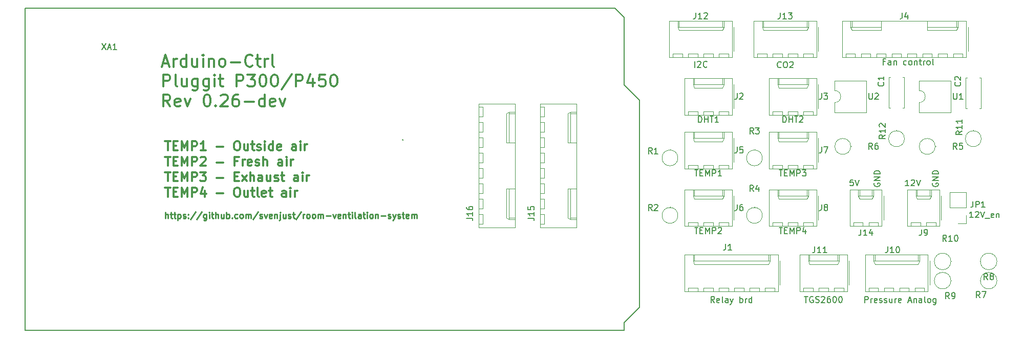
<source format=gto>
G04 #@! TF.GenerationSoftware,KiCad,Pcbnew,(5.0.1)-3*
G04 #@! TF.CreationDate,2019-01-30T12:52:15+01:00*
G04 #@! TF.ProjectId,P300_Arduino_IF,503330305F41726475696E6F5F49462E,rev?*
G04 #@! TF.SameCoordinates,Original*
G04 #@! TF.FileFunction,Legend,Top*
G04 #@! TF.FilePolarity,Positive*
%FSLAX46Y46*%
G04 Gerber Fmt 4.6, Leading zero omitted, Abs format (unit mm)*
G04 Created by KiCad (PCBNEW (5.0.1)-3) date 30.01.2019 12:52:15*
%MOMM*%
%LPD*%
G01*
G04 APERTURE LIST*
%ADD10C,0.150000*%
%ADD11C,0.250000*%
%ADD12C,0.300000*%
%ADD13C,0.120000*%
G04 APERTURE END LIST*
D10*
X226322000Y-97535904D02*
X226274380Y-97631142D01*
X226274380Y-97774000D01*
X226322000Y-97916857D01*
X226417238Y-98012095D01*
X226512476Y-98059714D01*
X226702952Y-98107333D01*
X226845809Y-98107333D01*
X227036285Y-98059714D01*
X227131523Y-98012095D01*
X227226761Y-97916857D01*
X227274380Y-97774000D01*
X227274380Y-97678761D01*
X227226761Y-97535904D01*
X227179142Y-97488285D01*
X226845809Y-97488285D01*
X226845809Y-97678761D01*
X227274380Y-97059714D02*
X226274380Y-97059714D01*
X227274380Y-96488285D01*
X226274380Y-96488285D01*
X227274380Y-96012095D02*
X226274380Y-96012095D01*
X226274380Y-95774000D01*
X226322000Y-95631142D01*
X226417238Y-95535904D01*
X226512476Y-95488285D01*
X226702952Y-95440666D01*
X226845809Y-95440666D01*
X227036285Y-95488285D01*
X227131523Y-95535904D01*
X227226761Y-95631142D01*
X227274380Y-95774000D01*
X227274380Y-96012095D01*
X216670000Y-97535904D02*
X216622380Y-97631142D01*
X216622380Y-97774000D01*
X216670000Y-97916857D01*
X216765238Y-98012095D01*
X216860476Y-98059714D01*
X217050952Y-98107333D01*
X217193809Y-98107333D01*
X217384285Y-98059714D01*
X217479523Y-98012095D01*
X217574761Y-97916857D01*
X217622380Y-97774000D01*
X217622380Y-97678761D01*
X217574761Y-97535904D01*
X217527142Y-97488285D01*
X217193809Y-97488285D01*
X217193809Y-97678761D01*
X217622380Y-97059714D02*
X216622380Y-97059714D01*
X217622380Y-96488285D01*
X216622380Y-96488285D01*
X217622380Y-96012095D02*
X216622380Y-96012095D01*
X216622380Y-95774000D01*
X216670000Y-95631142D01*
X216765238Y-95535904D01*
X216860476Y-95488285D01*
X217050952Y-95440666D01*
X217193809Y-95440666D01*
X217384285Y-95488285D01*
X217479523Y-95535904D01*
X217574761Y-95631142D01*
X217622380Y-95774000D01*
X217622380Y-96012095D01*
D11*
X99460595Y-103322380D02*
X99460595Y-102322380D01*
X99889166Y-103322380D02*
X99889166Y-102798571D01*
X99841547Y-102703333D01*
X99746309Y-102655714D01*
X99603452Y-102655714D01*
X99508214Y-102703333D01*
X99460595Y-102750952D01*
X100222500Y-102655714D02*
X100603452Y-102655714D01*
X100365357Y-102322380D02*
X100365357Y-103179523D01*
X100412976Y-103274761D01*
X100508214Y-103322380D01*
X100603452Y-103322380D01*
X100793928Y-102655714D02*
X101174880Y-102655714D01*
X100936785Y-102322380D02*
X100936785Y-103179523D01*
X100984404Y-103274761D01*
X101079642Y-103322380D01*
X101174880Y-103322380D01*
X101508214Y-102655714D02*
X101508214Y-103655714D01*
X101508214Y-102703333D02*
X101603452Y-102655714D01*
X101793928Y-102655714D01*
X101889166Y-102703333D01*
X101936785Y-102750952D01*
X101984404Y-102846190D01*
X101984404Y-103131904D01*
X101936785Y-103227142D01*
X101889166Y-103274761D01*
X101793928Y-103322380D01*
X101603452Y-103322380D01*
X101508214Y-103274761D01*
X102365357Y-103274761D02*
X102460595Y-103322380D01*
X102651071Y-103322380D01*
X102746309Y-103274761D01*
X102793928Y-103179523D01*
X102793928Y-103131904D01*
X102746309Y-103036666D01*
X102651071Y-102989047D01*
X102508214Y-102989047D01*
X102412976Y-102941428D01*
X102365357Y-102846190D01*
X102365357Y-102798571D01*
X102412976Y-102703333D01*
X102508214Y-102655714D01*
X102651071Y-102655714D01*
X102746309Y-102703333D01*
X103222500Y-103227142D02*
X103270119Y-103274761D01*
X103222500Y-103322380D01*
X103174880Y-103274761D01*
X103222500Y-103227142D01*
X103222500Y-103322380D01*
X103222500Y-102703333D02*
X103270119Y-102750952D01*
X103222500Y-102798571D01*
X103174880Y-102750952D01*
X103222500Y-102703333D01*
X103222500Y-102798571D01*
X104412976Y-102274761D02*
X103555833Y-103560476D01*
X105460595Y-102274761D02*
X104603452Y-103560476D01*
X106222500Y-102655714D02*
X106222500Y-103465238D01*
X106174880Y-103560476D01*
X106127261Y-103608095D01*
X106032023Y-103655714D01*
X105889166Y-103655714D01*
X105793928Y-103608095D01*
X106222500Y-103274761D02*
X106127261Y-103322380D01*
X105936785Y-103322380D01*
X105841547Y-103274761D01*
X105793928Y-103227142D01*
X105746309Y-103131904D01*
X105746309Y-102846190D01*
X105793928Y-102750952D01*
X105841547Y-102703333D01*
X105936785Y-102655714D01*
X106127261Y-102655714D01*
X106222500Y-102703333D01*
X106698690Y-103322380D02*
X106698690Y-102655714D01*
X106698690Y-102322380D02*
X106651071Y-102370000D01*
X106698690Y-102417619D01*
X106746309Y-102370000D01*
X106698690Y-102322380D01*
X106698690Y-102417619D01*
X107032023Y-102655714D02*
X107412976Y-102655714D01*
X107174880Y-102322380D02*
X107174880Y-103179523D01*
X107222500Y-103274761D01*
X107317738Y-103322380D01*
X107412976Y-103322380D01*
X107746309Y-103322380D02*
X107746309Y-102322380D01*
X108174880Y-103322380D02*
X108174880Y-102798571D01*
X108127261Y-102703333D01*
X108032023Y-102655714D01*
X107889166Y-102655714D01*
X107793928Y-102703333D01*
X107746309Y-102750952D01*
X109079642Y-102655714D02*
X109079642Y-103322380D01*
X108651071Y-102655714D02*
X108651071Y-103179523D01*
X108698690Y-103274761D01*
X108793928Y-103322380D01*
X108936785Y-103322380D01*
X109032023Y-103274761D01*
X109079642Y-103227142D01*
X109555833Y-103322380D02*
X109555833Y-102322380D01*
X109555833Y-102703333D02*
X109651071Y-102655714D01*
X109841547Y-102655714D01*
X109936785Y-102703333D01*
X109984404Y-102750952D01*
X110032023Y-102846190D01*
X110032023Y-103131904D01*
X109984404Y-103227142D01*
X109936785Y-103274761D01*
X109841547Y-103322380D01*
X109651071Y-103322380D01*
X109555833Y-103274761D01*
X110460595Y-103227142D02*
X110508214Y-103274761D01*
X110460595Y-103322380D01*
X110412976Y-103274761D01*
X110460595Y-103227142D01*
X110460595Y-103322380D01*
X111365357Y-103274761D02*
X111270119Y-103322380D01*
X111079642Y-103322380D01*
X110984404Y-103274761D01*
X110936785Y-103227142D01*
X110889166Y-103131904D01*
X110889166Y-102846190D01*
X110936785Y-102750952D01*
X110984404Y-102703333D01*
X111079642Y-102655714D01*
X111270119Y-102655714D01*
X111365357Y-102703333D01*
X111936785Y-103322380D02*
X111841547Y-103274761D01*
X111793928Y-103227142D01*
X111746309Y-103131904D01*
X111746309Y-102846190D01*
X111793928Y-102750952D01*
X111841547Y-102703333D01*
X111936785Y-102655714D01*
X112079642Y-102655714D01*
X112174880Y-102703333D01*
X112222500Y-102750952D01*
X112270119Y-102846190D01*
X112270119Y-103131904D01*
X112222500Y-103227142D01*
X112174880Y-103274761D01*
X112079642Y-103322380D01*
X111936785Y-103322380D01*
X112698690Y-103322380D02*
X112698690Y-102655714D01*
X112698690Y-102750952D02*
X112746309Y-102703333D01*
X112841547Y-102655714D01*
X112984404Y-102655714D01*
X113079642Y-102703333D01*
X113127261Y-102798571D01*
X113127261Y-103322380D01*
X113127261Y-102798571D02*
X113174880Y-102703333D01*
X113270119Y-102655714D01*
X113412976Y-102655714D01*
X113508214Y-102703333D01*
X113555833Y-102798571D01*
X113555833Y-103322380D01*
X114746309Y-102274761D02*
X113889166Y-103560476D01*
X115032023Y-103274761D02*
X115127261Y-103322380D01*
X115317738Y-103322380D01*
X115412976Y-103274761D01*
X115460595Y-103179523D01*
X115460595Y-103131904D01*
X115412976Y-103036666D01*
X115317738Y-102989047D01*
X115174880Y-102989047D01*
X115079642Y-102941428D01*
X115032023Y-102846190D01*
X115032023Y-102798571D01*
X115079642Y-102703333D01*
X115174880Y-102655714D01*
X115317738Y-102655714D01*
X115412976Y-102703333D01*
X115793928Y-102655714D02*
X116032023Y-103322380D01*
X116270119Y-102655714D01*
X117032023Y-103274761D02*
X116936785Y-103322380D01*
X116746309Y-103322380D01*
X116651071Y-103274761D01*
X116603452Y-103179523D01*
X116603452Y-102798571D01*
X116651071Y-102703333D01*
X116746309Y-102655714D01*
X116936785Y-102655714D01*
X117032023Y-102703333D01*
X117079642Y-102798571D01*
X117079642Y-102893809D01*
X116603452Y-102989047D01*
X117508214Y-102655714D02*
X117508214Y-103322380D01*
X117508214Y-102750952D02*
X117555833Y-102703333D01*
X117651071Y-102655714D01*
X117793928Y-102655714D01*
X117889166Y-102703333D01*
X117936785Y-102798571D01*
X117936785Y-103322380D01*
X118412976Y-102655714D02*
X118412976Y-103512857D01*
X118365357Y-103608095D01*
X118270119Y-103655714D01*
X118222500Y-103655714D01*
X118412976Y-102322380D02*
X118365357Y-102370000D01*
X118412976Y-102417619D01*
X118460595Y-102370000D01*
X118412976Y-102322380D01*
X118412976Y-102417619D01*
X119317738Y-102655714D02*
X119317738Y-103322380D01*
X118889166Y-102655714D02*
X118889166Y-103179523D01*
X118936785Y-103274761D01*
X119032023Y-103322380D01*
X119174880Y-103322380D01*
X119270119Y-103274761D01*
X119317738Y-103227142D01*
X119746309Y-103274761D02*
X119841547Y-103322380D01*
X120032023Y-103322380D01*
X120127261Y-103274761D01*
X120174880Y-103179523D01*
X120174880Y-103131904D01*
X120127261Y-103036666D01*
X120032023Y-102989047D01*
X119889166Y-102989047D01*
X119793928Y-102941428D01*
X119746309Y-102846190D01*
X119746309Y-102798571D01*
X119793928Y-102703333D01*
X119889166Y-102655714D01*
X120032023Y-102655714D01*
X120127261Y-102703333D01*
X120460595Y-102655714D02*
X120841547Y-102655714D01*
X120603452Y-102322380D02*
X120603452Y-103179523D01*
X120651071Y-103274761D01*
X120746309Y-103322380D01*
X120841547Y-103322380D01*
X121889166Y-102274761D02*
X121032023Y-103560476D01*
X122222500Y-103322380D02*
X122222500Y-102655714D01*
X122222500Y-102846190D02*
X122270119Y-102750952D01*
X122317738Y-102703333D01*
X122412976Y-102655714D01*
X122508214Y-102655714D01*
X122984404Y-103322380D02*
X122889166Y-103274761D01*
X122841547Y-103227142D01*
X122793928Y-103131904D01*
X122793928Y-102846190D01*
X122841547Y-102750952D01*
X122889166Y-102703333D01*
X122984404Y-102655714D01*
X123127261Y-102655714D01*
X123222500Y-102703333D01*
X123270119Y-102750952D01*
X123317738Y-102846190D01*
X123317738Y-103131904D01*
X123270119Y-103227142D01*
X123222500Y-103274761D01*
X123127261Y-103322380D01*
X122984404Y-103322380D01*
X123889166Y-103322380D02*
X123793928Y-103274761D01*
X123746309Y-103227142D01*
X123698690Y-103131904D01*
X123698690Y-102846190D01*
X123746309Y-102750952D01*
X123793928Y-102703333D01*
X123889166Y-102655714D01*
X124032023Y-102655714D01*
X124127261Y-102703333D01*
X124174880Y-102750952D01*
X124222500Y-102846190D01*
X124222500Y-103131904D01*
X124174880Y-103227142D01*
X124127261Y-103274761D01*
X124032023Y-103322380D01*
X123889166Y-103322380D01*
X124651071Y-103322380D02*
X124651071Y-102655714D01*
X124651071Y-102750952D02*
X124698690Y-102703333D01*
X124793928Y-102655714D01*
X124936785Y-102655714D01*
X125032023Y-102703333D01*
X125079642Y-102798571D01*
X125079642Y-103322380D01*
X125079642Y-102798571D02*
X125127261Y-102703333D01*
X125222500Y-102655714D01*
X125365357Y-102655714D01*
X125460595Y-102703333D01*
X125508214Y-102798571D01*
X125508214Y-103322380D01*
X125984404Y-102941428D02*
X126746309Y-102941428D01*
X127127261Y-102655714D02*
X127365357Y-103322380D01*
X127603452Y-102655714D01*
X128365357Y-103274761D02*
X128270119Y-103322380D01*
X128079642Y-103322380D01*
X127984404Y-103274761D01*
X127936785Y-103179523D01*
X127936785Y-102798571D01*
X127984404Y-102703333D01*
X128079642Y-102655714D01*
X128270119Y-102655714D01*
X128365357Y-102703333D01*
X128412976Y-102798571D01*
X128412976Y-102893809D01*
X127936785Y-102989047D01*
X128841547Y-102655714D02*
X128841547Y-103322380D01*
X128841547Y-102750952D02*
X128889166Y-102703333D01*
X128984404Y-102655714D01*
X129127261Y-102655714D01*
X129222500Y-102703333D01*
X129270119Y-102798571D01*
X129270119Y-103322380D01*
X129603452Y-102655714D02*
X129984404Y-102655714D01*
X129746309Y-102322380D02*
X129746309Y-103179523D01*
X129793928Y-103274761D01*
X129889166Y-103322380D01*
X129984404Y-103322380D01*
X130317738Y-103322380D02*
X130317738Y-102655714D01*
X130317738Y-102322380D02*
X130270119Y-102370000D01*
X130317738Y-102417619D01*
X130365357Y-102370000D01*
X130317738Y-102322380D01*
X130317738Y-102417619D01*
X130936785Y-103322380D02*
X130841547Y-103274761D01*
X130793928Y-103179523D01*
X130793928Y-102322380D01*
X131746309Y-103322380D02*
X131746309Y-102798571D01*
X131698690Y-102703333D01*
X131603452Y-102655714D01*
X131412976Y-102655714D01*
X131317738Y-102703333D01*
X131746309Y-103274761D02*
X131651071Y-103322380D01*
X131412976Y-103322380D01*
X131317738Y-103274761D01*
X131270119Y-103179523D01*
X131270119Y-103084285D01*
X131317738Y-102989047D01*
X131412976Y-102941428D01*
X131651071Y-102941428D01*
X131746309Y-102893809D01*
X132079642Y-102655714D02*
X132460595Y-102655714D01*
X132222500Y-102322380D02*
X132222500Y-103179523D01*
X132270119Y-103274761D01*
X132365357Y-103322380D01*
X132460595Y-103322380D01*
X132793928Y-103322380D02*
X132793928Y-102655714D01*
X132793928Y-102322380D02*
X132746309Y-102370000D01*
X132793928Y-102417619D01*
X132841547Y-102370000D01*
X132793928Y-102322380D01*
X132793928Y-102417619D01*
X133412976Y-103322380D02*
X133317738Y-103274761D01*
X133270119Y-103227142D01*
X133222500Y-103131904D01*
X133222500Y-102846190D01*
X133270119Y-102750952D01*
X133317738Y-102703333D01*
X133412976Y-102655714D01*
X133555833Y-102655714D01*
X133651071Y-102703333D01*
X133698690Y-102750952D01*
X133746309Y-102846190D01*
X133746309Y-103131904D01*
X133698690Y-103227142D01*
X133651071Y-103274761D01*
X133555833Y-103322380D01*
X133412976Y-103322380D01*
X134174880Y-102655714D02*
X134174880Y-103322380D01*
X134174880Y-102750952D02*
X134222500Y-102703333D01*
X134317738Y-102655714D01*
X134460595Y-102655714D01*
X134555833Y-102703333D01*
X134603452Y-102798571D01*
X134603452Y-103322380D01*
X135079642Y-102941428D02*
X135841547Y-102941428D01*
X136270119Y-103274761D02*
X136365357Y-103322380D01*
X136555833Y-103322380D01*
X136651071Y-103274761D01*
X136698690Y-103179523D01*
X136698690Y-103131904D01*
X136651071Y-103036666D01*
X136555833Y-102989047D01*
X136412976Y-102989047D01*
X136317738Y-102941428D01*
X136270119Y-102846190D01*
X136270119Y-102798571D01*
X136317738Y-102703333D01*
X136412976Y-102655714D01*
X136555833Y-102655714D01*
X136651071Y-102703333D01*
X137032023Y-102655714D02*
X137270119Y-103322380D01*
X137508214Y-102655714D02*
X137270119Y-103322380D01*
X137174880Y-103560476D01*
X137127261Y-103608095D01*
X137032023Y-103655714D01*
X137841547Y-103274761D02*
X137936785Y-103322380D01*
X138127261Y-103322380D01*
X138222500Y-103274761D01*
X138270119Y-103179523D01*
X138270119Y-103131904D01*
X138222500Y-103036666D01*
X138127261Y-102989047D01*
X137984404Y-102989047D01*
X137889166Y-102941428D01*
X137841547Y-102846190D01*
X137841547Y-102798571D01*
X137889166Y-102703333D01*
X137984404Y-102655714D01*
X138127261Y-102655714D01*
X138222500Y-102703333D01*
X138555833Y-102655714D02*
X138936785Y-102655714D01*
X138698690Y-102322380D02*
X138698690Y-103179523D01*
X138746309Y-103274761D01*
X138841547Y-103322380D01*
X138936785Y-103322380D01*
X139651071Y-103274761D02*
X139555833Y-103322380D01*
X139365357Y-103322380D01*
X139270119Y-103274761D01*
X139222500Y-103179523D01*
X139222500Y-102798571D01*
X139270119Y-102703333D01*
X139365357Y-102655714D01*
X139555833Y-102655714D01*
X139651071Y-102703333D01*
X139698690Y-102798571D01*
X139698690Y-102893809D01*
X139222500Y-102989047D01*
X140127261Y-103322380D02*
X140127261Y-102655714D01*
X140127261Y-102750952D02*
X140174880Y-102703333D01*
X140270119Y-102655714D01*
X140412976Y-102655714D01*
X140508214Y-102703333D01*
X140555833Y-102798571D01*
X140555833Y-103322380D01*
X140555833Y-102798571D02*
X140603452Y-102703333D01*
X140698690Y-102655714D01*
X140841547Y-102655714D01*
X140936785Y-102703333D01*
X140984404Y-102798571D01*
X140984404Y-103322380D01*
D12*
X99397857Y-90603571D02*
X100255000Y-90603571D01*
X99826428Y-92103571D02*
X99826428Y-90603571D01*
X100755000Y-91317857D02*
X101255000Y-91317857D01*
X101469285Y-92103571D02*
X100755000Y-92103571D01*
X100755000Y-90603571D01*
X101469285Y-90603571D01*
X102112142Y-92103571D02*
X102112142Y-90603571D01*
X102612142Y-91675000D01*
X103112142Y-90603571D01*
X103112142Y-92103571D01*
X103826428Y-92103571D02*
X103826428Y-90603571D01*
X104397857Y-90603571D01*
X104540714Y-90675000D01*
X104612142Y-90746428D01*
X104683571Y-90889285D01*
X104683571Y-91103571D01*
X104612142Y-91246428D01*
X104540714Y-91317857D01*
X104397857Y-91389285D01*
X103826428Y-91389285D01*
X106112142Y-92103571D02*
X105255000Y-92103571D01*
X105683571Y-92103571D02*
X105683571Y-90603571D01*
X105540714Y-90817857D01*
X105397857Y-90960714D01*
X105255000Y-91032142D01*
X107897857Y-91532142D02*
X109040714Y-91532142D01*
X111183571Y-90603571D02*
X111469285Y-90603571D01*
X111612142Y-90675000D01*
X111755000Y-90817857D01*
X111826428Y-91103571D01*
X111826428Y-91603571D01*
X111755000Y-91889285D01*
X111612142Y-92032142D01*
X111469285Y-92103571D01*
X111183571Y-92103571D01*
X111040714Y-92032142D01*
X110897857Y-91889285D01*
X110826428Y-91603571D01*
X110826428Y-91103571D01*
X110897857Y-90817857D01*
X111040714Y-90675000D01*
X111183571Y-90603571D01*
X113112142Y-91103571D02*
X113112142Y-92103571D01*
X112469285Y-91103571D02*
X112469285Y-91889285D01*
X112540714Y-92032142D01*
X112683571Y-92103571D01*
X112897857Y-92103571D01*
X113040714Y-92032142D01*
X113112142Y-91960714D01*
X113612142Y-91103571D02*
X114183571Y-91103571D01*
X113826428Y-90603571D02*
X113826428Y-91889285D01*
X113897857Y-92032142D01*
X114040714Y-92103571D01*
X114183571Y-92103571D01*
X114612142Y-92032142D02*
X114755000Y-92103571D01*
X115040714Y-92103571D01*
X115183571Y-92032142D01*
X115255000Y-91889285D01*
X115255000Y-91817857D01*
X115183571Y-91675000D01*
X115040714Y-91603571D01*
X114826428Y-91603571D01*
X114683571Y-91532142D01*
X114612142Y-91389285D01*
X114612142Y-91317857D01*
X114683571Y-91175000D01*
X114826428Y-91103571D01*
X115040714Y-91103571D01*
X115183571Y-91175000D01*
X115897857Y-92103571D02*
X115897857Y-91103571D01*
X115897857Y-90603571D02*
X115826428Y-90675000D01*
X115897857Y-90746428D01*
X115969285Y-90675000D01*
X115897857Y-90603571D01*
X115897857Y-90746428D01*
X117255000Y-92103571D02*
X117255000Y-90603571D01*
X117255000Y-92032142D02*
X117112142Y-92103571D01*
X116826428Y-92103571D01*
X116683571Y-92032142D01*
X116612142Y-91960714D01*
X116540714Y-91817857D01*
X116540714Y-91389285D01*
X116612142Y-91246428D01*
X116683571Y-91175000D01*
X116826428Y-91103571D01*
X117112142Y-91103571D01*
X117255000Y-91175000D01*
X118540714Y-92032142D02*
X118397857Y-92103571D01*
X118112142Y-92103571D01*
X117969285Y-92032142D01*
X117897857Y-91889285D01*
X117897857Y-91317857D01*
X117969285Y-91175000D01*
X118112142Y-91103571D01*
X118397857Y-91103571D01*
X118540714Y-91175000D01*
X118612142Y-91317857D01*
X118612142Y-91460714D01*
X117897857Y-91603571D01*
X121040714Y-92103571D02*
X121040714Y-91317857D01*
X120969285Y-91175000D01*
X120826428Y-91103571D01*
X120540714Y-91103571D01*
X120397857Y-91175000D01*
X121040714Y-92032142D02*
X120897857Y-92103571D01*
X120540714Y-92103571D01*
X120397857Y-92032142D01*
X120326428Y-91889285D01*
X120326428Y-91746428D01*
X120397857Y-91603571D01*
X120540714Y-91532142D01*
X120897857Y-91532142D01*
X121040714Y-91460714D01*
X121755000Y-92103571D02*
X121755000Y-91103571D01*
X121755000Y-90603571D02*
X121683571Y-90675000D01*
X121755000Y-90746428D01*
X121826428Y-90675000D01*
X121755000Y-90603571D01*
X121755000Y-90746428D01*
X122469285Y-92103571D02*
X122469285Y-91103571D01*
X122469285Y-91389285D02*
X122540714Y-91246428D01*
X122612142Y-91175000D01*
X122755000Y-91103571D01*
X122897857Y-91103571D01*
X99397857Y-93153571D02*
X100255000Y-93153571D01*
X99826428Y-94653571D02*
X99826428Y-93153571D01*
X100755000Y-93867857D02*
X101255000Y-93867857D01*
X101469285Y-94653571D02*
X100755000Y-94653571D01*
X100755000Y-93153571D01*
X101469285Y-93153571D01*
X102112142Y-94653571D02*
X102112142Y-93153571D01*
X102612142Y-94225000D01*
X103112142Y-93153571D01*
X103112142Y-94653571D01*
X103826428Y-94653571D02*
X103826428Y-93153571D01*
X104397857Y-93153571D01*
X104540714Y-93225000D01*
X104612142Y-93296428D01*
X104683571Y-93439285D01*
X104683571Y-93653571D01*
X104612142Y-93796428D01*
X104540714Y-93867857D01*
X104397857Y-93939285D01*
X103826428Y-93939285D01*
X105255000Y-93296428D02*
X105326428Y-93225000D01*
X105469285Y-93153571D01*
X105826428Y-93153571D01*
X105969285Y-93225000D01*
X106040714Y-93296428D01*
X106112142Y-93439285D01*
X106112142Y-93582142D01*
X106040714Y-93796428D01*
X105183571Y-94653571D01*
X106112142Y-94653571D01*
X107897857Y-94082142D02*
X109040714Y-94082142D01*
X111397857Y-93867857D02*
X110897857Y-93867857D01*
X110897857Y-94653571D02*
X110897857Y-93153571D01*
X111612142Y-93153571D01*
X112183571Y-94653571D02*
X112183571Y-93653571D01*
X112183571Y-93939285D02*
X112255000Y-93796428D01*
X112326428Y-93725000D01*
X112469285Y-93653571D01*
X112612142Y-93653571D01*
X113683571Y-94582142D02*
X113540714Y-94653571D01*
X113255000Y-94653571D01*
X113112142Y-94582142D01*
X113040714Y-94439285D01*
X113040714Y-93867857D01*
X113112142Y-93725000D01*
X113255000Y-93653571D01*
X113540714Y-93653571D01*
X113683571Y-93725000D01*
X113755000Y-93867857D01*
X113755000Y-94010714D01*
X113040714Y-94153571D01*
X114326428Y-94582142D02*
X114469285Y-94653571D01*
X114755000Y-94653571D01*
X114897857Y-94582142D01*
X114969285Y-94439285D01*
X114969285Y-94367857D01*
X114897857Y-94225000D01*
X114755000Y-94153571D01*
X114540714Y-94153571D01*
X114397857Y-94082142D01*
X114326428Y-93939285D01*
X114326428Y-93867857D01*
X114397857Y-93725000D01*
X114540714Y-93653571D01*
X114755000Y-93653571D01*
X114897857Y-93725000D01*
X115612142Y-94653571D02*
X115612142Y-93153571D01*
X116255000Y-94653571D02*
X116255000Y-93867857D01*
X116183571Y-93725000D01*
X116040714Y-93653571D01*
X115826428Y-93653571D01*
X115683571Y-93725000D01*
X115612142Y-93796428D01*
X118755000Y-94653571D02*
X118755000Y-93867857D01*
X118683571Y-93725000D01*
X118540714Y-93653571D01*
X118255000Y-93653571D01*
X118112142Y-93725000D01*
X118755000Y-94582142D02*
X118612142Y-94653571D01*
X118255000Y-94653571D01*
X118112142Y-94582142D01*
X118040714Y-94439285D01*
X118040714Y-94296428D01*
X118112142Y-94153571D01*
X118255000Y-94082142D01*
X118612142Y-94082142D01*
X118755000Y-94010714D01*
X119469285Y-94653571D02*
X119469285Y-93653571D01*
X119469285Y-93153571D02*
X119397857Y-93225000D01*
X119469285Y-93296428D01*
X119540714Y-93225000D01*
X119469285Y-93153571D01*
X119469285Y-93296428D01*
X120183571Y-94653571D02*
X120183571Y-93653571D01*
X120183571Y-93939285D02*
X120255000Y-93796428D01*
X120326428Y-93725000D01*
X120469285Y-93653571D01*
X120612142Y-93653571D01*
X99397857Y-95703571D02*
X100255000Y-95703571D01*
X99826428Y-97203571D02*
X99826428Y-95703571D01*
X100755000Y-96417857D02*
X101255000Y-96417857D01*
X101469285Y-97203571D02*
X100755000Y-97203571D01*
X100755000Y-95703571D01*
X101469285Y-95703571D01*
X102112142Y-97203571D02*
X102112142Y-95703571D01*
X102612142Y-96775000D01*
X103112142Y-95703571D01*
X103112142Y-97203571D01*
X103826428Y-97203571D02*
X103826428Y-95703571D01*
X104397857Y-95703571D01*
X104540714Y-95775000D01*
X104612142Y-95846428D01*
X104683571Y-95989285D01*
X104683571Y-96203571D01*
X104612142Y-96346428D01*
X104540714Y-96417857D01*
X104397857Y-96489285D01*
X103826428Y-96489285D01*
X105183571Y-95703571D02*
X106112142Y-95703571D01*
X105612142Y-96275000D01*
X105826428Y-96275000D01*
X105969285Y-96346428D01*
X106040714Y-96417857D01*
X106112142Y-96560714D01*
X106112142Y-96917857D01*
X106040714Y-97060714D01*
X105969285Y-97132142D01*
X105826428Y-97203571D01*
X105397857Y-97203571D01*
X105255000Y-97132142D01*
X105183571Y-97060714D01*
X107897857Y-96632142D02*
X109040714Y-96632142D01*
X110897857Y-96417857D02*
X111397857Y-96417857D01*
X111612142Y-97203571D02*
X110897857Y-97203571D01*
X110897857Y-95703571D01*
X111612142Y-95703571D01*
X112112142Y-97203571D02*
X112897857Y-96203571D01*
X112112142Y-96203571D02*
X112897857Y-97203571D01*
X113469285Y-97203571D02*
X113469285Y-95703571D01*
X114112142Y-97203571D02*
X114112142Y-96417857D01*
X114040714Y-96275000D01*
X113897857Y-96203571D01*
X113683571Y-96203571D01*
X113540714Y-96275000D01*
X113469285Y-96346428D01*
X115469285Y-97203571D02*
X115469285Y-96417857D01*
X115397857Y-96275000D01*
X115255000Y-96203571D01*
X114969285Y-96203571D01*
X114826428Y-96275000D01*
X115469285Y-97132142D02*
X115326428Y-97203571D01*
X114969285Y-97203571D01*
X114826428Y-97132142D01*
X114755000Y-96989285D01*
X114755000Y-96846428D01*
X114826428Y-96703571D01*
X114969285Y-96632142D01*
X115326428Y-96632142D01*
X115469285Y-96560714D01*
X116826428Y-96203571D02*
X116826428Y-97203571D01*
X116183571Y-96203571D02*
X116183571Y-96989285D01*
X116255000Y-97132142D01*
X116397857Y-97203571D01*
X116612142Y-97203571D01*
X116755000Y-97132142D01*
X116826428Y-97060714D01*
X117469285Y-97132142D02*
X117612142Y-97203571D01*
X117897857Y-97203571D01*
X118040714Y-97132142D01*
X118112142Y-96989285D01*
X118112142Y-96917857D01*
X118040714Y-96775000D01*
X117897857Y-96703571D01*
X117683571Y-96703571D01*
X117540714Y-96632142D01*
X117469285Y-96489285D01*
X117469285Y-96417857D01*
X117540714Y-96275000D01*
X117683571Y-96203571D01*
X117897857Y-96203571D01*
X118040714Y-96275000D01*
X118540714Y-96203571D02*
X119112142Y-96203571D01*
X118755000Y-95703571D02*
X118755000Y-96989285D01*
X118826428Y-97132142D01*
X118969285Y-97203571D01*
X119112142Y-97203571D01*
X121397857Y-97203571D02*
X121397857Y-96417857D01*
X121326428Y-96275000D01*
X121183571Y-96203571D01*
X120897857Y-96203571D01*
X120755000Y-96275000D01*
X121397857Y-97132142D02*
X121255000Y-97203571D01*
X120897857Y-97203571D01*
X120755000Y-97132142D01*
X120683571Y-96989285D01*
X120683571Y-96846428D01*
X120755000Y-96703571D01*
X120897857Y-96632142D01*
X121255000Y-96632142D01*
X121397857Y-96560714D01*
X122112142Y-97203571D02*
X122112142Y-96203571D01*
X122112142Y-95703571D02*
X122040714Y-95775000D01*
X122112142Y-95846428D01*
X122183571Y-95775000D01*
X122112142Y-95703571D01*
X122112142Y-95846428D01*
X122826428Y-97203571D02*
X122826428Y-96203571D01*
X122826428Y-96489285D02*
X122897857Y-96346428D01*
X122969285Y-96275000D01*
X123112142Y-96203571D01*
X123255000Y-96203571D01*
X99397857Y-98253571D02*
X100255000Y-98253571D01*
X99826428Y-99753571D02*
X99826428Y-98253571D01*
X100755000Y-98967857D02*
X101255000Y-98967857D01*
X101469285Y-99753571D02*
X100755000Y-99753571D01*
X100755000Y-98253571D01*
X101469285Y-98253571D01*
X102112142Y-99753571D02*
X102112142Y-98253571D01*
X102612142Y-99325000D01*
X103112142Y-98253571D01*
X103112142Y-99753571D01*
X103826428Y-99753571D02*
X103826428Y-98253571D01*
X104397857Y-98253571D01*
X104540714Y-98325000D01*
X104612142Y-98396428D01*
X104683571Y-98539285D01*
X104683571Y-98753571D01*
X104612142Y-98896428D01*
X104540714Y-98967857D01*
X104397857Y-99039285D01*
X103826428Y-99039285D01*
X105969285Y-98753571D02*
X105969285Y-99753571D01*
X105612142Y-98182142D02*
X105255000Y-99253571D01*
X106183571Y-99253571D01*
X107897857Y-99182142D02*
X109040714Y-99182142D01*
X111183571Y-98253571D02*
X111469285Y-98253571D01*
X111612142Y-98325000D01*
X111755000Y-98467857D01*
X111826428Y-98753571D01*
X111826428Y-99253571D01*
X111755000Y-99539285D01*
X111612142Y-99682142D01*
X111469285Y-99753571D01*
X111183571Y-99753571D01*
X111040714Y-99682142D01*
X110897857Y-99539285D01*
X110826428Y-99253571D01*
X110826428Y-98753571D01*
X110897857Y-98467857D01*
X111040714Y-98325000D01*
X111183571Y-98253571D01*
X113112142Y-98753571D02*
X113112142Y-99753571D01*
X112469285Y-98753571D02*
X112469285Y-99539285D01*
X112540714Y-99682142D01*
X112683571Y-99753571D01*
X112897857Y-99753571D01*
X113040714Y-99682142D01*
X113112142Y-99610714D01*
X113612142Y-98753571D02*
X114183571Y-98753571D01*
X113826428Y-98253571D02*
X113826428Y-99539285D01*
X113897857Y-99682142D01*
X114040714Y-99753571D01*
X114183571Y-99753571D01*
X114897857Y-99753571D02*
X114755000Y-99682142D01*
X114683571Y-99539285D01*
X114683571Y-98253571D01*
X116040714Y-99682142D02*
X115897857Y-99753571D01*
X115612142Y-99753571D01*
X115469285Y-99682142D01*
X115397857Y-99539285D01*
X115397857Y-98967857D01*
X115469285Y-98825000D01*
X115612142Y-98753571D01*
X115897857Y-98753571D01*
X116040714Y-98825000D01*
X116112142Y-98967857D01*
X116112142Y-99110714D01*
X115397857Y-99253571D01*
X116540714Y-98753571D02*
X117112142Y-98753571D01*
X116755000Y-98253571D02*
X116755000Y-99539285D01*
X116826428Y-99682142D01*
X116969285Y-99753571D01*
X117112142Y-99753571D01*
X119397857Y-99753571D02*
X119397857Y-98967857D01*
X119326428Y-98825000D01*
X119183571Y-98753571D01*
X118897857Y-98753571D01*
X118755000Y-98825000D01*
X119397857Y-99682142D02*
X119255000Y-99753571D01*
X118897857Y-99753571D01*
X118755000Y-99682142D01*
X118683571Y-99539285D01*
X118683571Y-99396428D01*
X118755000Y-99253571D01*
X118897857Y-99182142D01*
X119255000Y-99182142D01*
X119397857Y-99110714D01*
X120112142Y-99753571D02*
X120112142Y-98753571D01*
X120112142Y-98253571D02*
X120040714Y-98325000D01*
X120112142Y-98396428D01*
X120183571Y-98325000D01*
X120112142Y-98253571D01*
X120112142Y-98396428D01*
X120826428Y-99753571D02*
X120826428Y-98753571D01*
X120826428Y-99039285D02*
X120897857Y-98896428D01*
X120969285Y-98825000D01*
X121112142Y-98753571D01*
X121255000Y-98753571D01*
X99000952Y-77678333D02*
X99953333Y-77678333D01*
X98810476Y-78249761D02*
X99477142Y-76249761D01*
X100143809Y-78249761D01*
X100810476Y-78249761D02*
X100810476Y-76916428D01*
X100810476Y-77297380D02*
X100905714Y-77106904D01*
X101000952Y-77011666D01*
X101191428Y-76916428D01*
X101381904Y-76916428D01*
X102905714Y-78249761D02*
X102905714Y-76249761D01*
X102905714Y-78154523D02*
X102715238Y-78249761D01*
X102334285Y-78249761D01*
X102143809Y-78154523D01*
X102048571Y-78059285D01*
X101953333Y-77868809D01*
X101953333Y-77297380D01*
X102048571Y-77106904D01*
X102143809Y-77011666D01*
X102334285Y-76916428D01*
X102715238Y-76916428D01*
X102905714Y-77011666D01*
X104715238Y-76916428D02*
X104715238Y-78249761D01*
X103858095Y-76916428D02*
X103858095Y-77964047D01*
X103953333Y-78154523D01*
X104143809Y-78249761D01*
X104429523Y-78249761D01*
X104620000Y-78154523D01*
X104715238Y-78059285D01*
X105667619Y-78249761D02*
X105667619Y-76916428D01*
X105667619Y-76249761D02*
X105572380Y-76345000D01*
X105667619Y-76440238D01*
X105762857Y-76345000D01*
X105667619Y-76249761D01*
X105667619Y-76440238D01*
X106620000Y-76916428D02*
X106620000Y-78249761D01*
X106620000Y-77106904D02*
X106715238Y-77011666D01*
X106905714Y-76916428D01*
X107191428Y-76916428D01*
X107381904Y-77011666D01*
X107477142Y-77202142D01*
X107477142Y-78249761D01*
X108715238Y-78249761D02*
X108524761Y-78154523D01*
X108429523Y-78059285D01*
X108334285Y-77868809D01*
X108334285Y-77297380D01*
X108429523Y-77106904D01*
X108524761Y-77011666D01*
X108715238Y-76916428D01*
X109000952Y-76916428D01*
X109191428Y-77011666D01*
X109286666Y-77106904D01*
X109381904Y-77297380D01*
X109381904Y-77868809D01*
X109286666Y-78059285D01*
X109191428Y-78154523D01*
X109000952Y-78249761D01*
X108715238Y-78249761D01*
X110239047Y-77487857D02*
X111762857Y-77487857D01*
X113858095Y-78059285D02*
X113762857Y-78154523D01*
X113477142Y-78249761D01*
X113286666Y-78249761D01*
X113000952Y-78154523D01*
X112810476Y-77964047D01*
X112715238Y-77773571D01*
X112620000Y-77392619D01*
X112620000Y-77106904D01*
X112715238Y-76725952D01*
X112810476Y-76535476D01*
X113000952Y-76345000D01*
X113286666Y-76249761D01*
X113477142Y-76249761D01*
X113762857Y-76345000D01*
X113858095Y-76440238D01*
X114429523Y-76916428D02*
X115191428Y-76916428D01*
X114715238Y-76249761D02*
X114715238Y-77964047D01*
X114810476Y-78154523D01*
X115000952Y-78249761D01*
X115191428Y-78249761D01*
X115858095Y-78249761D02*
X115858095Y-76916428D01*
X115858095Y-77297380D02*
X115953333Y-77106904D01*
X116048571Y-77011666D01*
X116239047Y-76916428D01*
X116429523Y-76916428D01*
X117381904Y-78249761D02*
X117191428Y-78154523D01*
X117096190Y-77964047D01*
X117096190Y-76249761D01*
X99096190Y-81549761D02*
X99096190Y-79549761D01*
X99858095Y-79549761D01*
X100048571Y-79645000D01*
X100143809Y-79740238D01*
X100239047Y-79930714D01*
X100239047Y-80216428D01*
X100143809Y-80406904D01*
X100048571Y-80502142D01*
X99858095Y-80597380D01*
X99096190Y-80597380D01*
X101381904Y-81549761D02*
X101191428Y-81454523D01*
X101096190Y-81264047D01*
X101096190Y-79549761D01*
X103000952Y-80216428D02*
X103000952Y-81549761D01*
X102143809Y-80216428D02*
X102143809Y-81264047D01*
X102239047Y-81454523D01*
X102429523Y-81549761D01*
X102715238Y-81549761D01*
X102905714Y-81454523D01*
X103000952Y-81359285D01*
X104810476Y-80216428D02*
X104810476Y-81835476D01*
X104715238Y-82025952D01*
X104620000Y-82121190D01*
X104429523Y-82216428D01*
X104143809Y-82216428D01*
X103953333Y-82121190D01*
X104810476Y-81454523D02*
X104620000Y-81549761D01*
X104239047Y-81549761D01*
X104048571Y-81454523D01*
X103953333Y-81359285D01*
X103858095Y-81168809D01*
X103858095Y-80597380D01*
X103953333Y-80406904D01*
X104048571Y-80311666D01*
X104239047Y-80216428D01*
X104620000Y-80216428D01*
X104810476Y-80311666D01*
X106620000Y-80216428D02*
X106620000Y-81835476D01*
X106524761Y-82025952D01*
X106429523Y-82121190D01*
X106239047Y-82216428D01*
X105953333Y-82216428D01*
X105762857Y-82121190D01*
X106620000Y-81454523D02*
X106429523Y-81549761D01*
X106048571Y-81549761D01*
X105858095Y-81454523D01*
X105762857Y-81359285D01*
X105667619Y-81168809D01*
X105667619Y-80597380D01*
X105762857Y-80406904D01*
X105858095Y-80311666D01*
X106048571Y-80216428D01*
X106429523Y-80216428D01*
X106620000Y-80311666D01*
X107572380Y-81549761D02*
X107572380Y-80216428D01*
X107572380Y-79549761D02*
X107477142Y-79645000D01*
X107572380Y-79740238D01*
X107667619Y-79645000D01*
X107572380Y-79549761D01*
X107572380Y-79740238D01*
X108239047Y-80216428D02*
X109000952Y-80216428D01*
X108524761Y-79549761D02*
X108524761Y-81264047D01*
X108620000Y-81454523D01*
X108810476Y-81549761D01*
X109000952Y-81549761D01*
X111191428Y-81549761D02*
X111191428Y-79549761D01*
X111953333Y-79549761D01*
X112143809Y-79645000D01*
X112239047Y-79740238D01*
X112334285Y-79930714D01*
X112334285Y-80216428D01*
X112239047Y-80406904D01*
X112143809Y-80502142D01*
X111953333Y-80597380D01*
X111191428Y-80597380D01*
X113000952Y-79549761D02*
X114239047Y-79549761D01*
X113572380Y-80311666D01*
X113858095Y-80311666D01*
X114048571Y-80406904D01*
X114143809Y-80502142D01*
X114239047Y-80692619D01*
X114239047Y-81168809D01*
X114143809Y-81359285D01*
X114048571Y-81454523D01*
X113858095Y-81549761D01*
X113286666Y-81549761D01*
X113096190Y-81454523D01*
X113000952Y-81359285D01*
X115477142Y-79549761D02*
X115667619Y-79549761D01*
X115858095Y-79645000D01*
X115953333Y-79740238D01*
X116048571Y-79930714D01*
X116143809Y-80311666D01*
X116143809Y-80787857D01*
X116048571Y-81168809D01*
X115953333Y-81359285D01*
X115858095Y-81454523D01*
X115667619Y-81549761D01*
X115477142Y-81549761D01*
X115286666Y-81454523D01*
X115191428Y-81359285D01*
X115096190Y-81168809D01*
X115000952Y-80787857D01*
X115000952Y-80311666D01*
X115096190Y-79930714D01*
X115191428Y-79740238D01*
X115286666Y-79645000D01*
X115477142Y-79549761D01*
X117381904Y-79549761D02*
X117572380Y-79549761D01*
X117762857Y-79645000D01*
X117858095Y-79740238D01*
X117953333Y-79930714D01*
X118048571Y-80311666D01*
X118048571Y-80787857D01*
X117953333Y-81168809D01*
X117858095Y-81359285D01*
X117762857Y-81454523D01*
X117572380Y-81549761D01*
X117381904Y-81549761D01*
X117191428Y-81454523D01*
X117096190Y-81359285D01*
X117000952Y-81168809D01*
X116905714Y-80787857D01*
X116905714Y-80311666D01*
X117000952Y-79930714D01*
X117096190Y-79740238D01*
X117191428Y-79645000D01*
X117381904Y-79549761D01*
X120334285Y-79454523D02*
X118620000Y-82025952D01*
X121000952Y-81549761D02*
X121000952Y-79549761D01*
X121762857Y-79549761D01*
X121953333Y-79645000D01*
X122048571Y-79740238D01*
X122143809Y-79930714D01*
X122143809Y-80216428D01*
X122048571Y-80406904D01*
X121953333Y-80502142D01*
X121762857Y-80597380D01*
X121000952Y-80597380D01*
X123858095Y-80216428D02*
X123858095Y-81549761D01*
X123381904Y-79454523D02*
X122905714Y-80883095D01*
X124143809Y-80883095D01*
X125858095Y-79549761D02*
X124905714Y-79549761D01*
X124810476Y-80502142D01*
X124905714Y-80406904D01*
X125096190Y-80311666D01*
X125572380Y-80311666D01*
X125762857Y-80406904D01*
X125858095Y-80502142D01*
X125953333Y-80692619D01*
X125953333Y-81168809D01*
X125858095Y-81359285D01*
X125762857Y-81454523D01*
X125572380Y-81549761D01*
X125096190Y-81549761D01*
X124905714Y-81454523D01*
X124810476Y-81359285D01*
X127191428Y-79549761D02*
X127381904Y-79549761D01*
X127572380Y-79645000D01*
X127667619Y-79740238D01*
X127762857Y-79930714D01*
X127858095Y-80311666D01*
X127858095Y-80787857D01*
X127762857Y-81168809D01*
X127667619Y-81359285D01*
X127572380Y-81454523D01*
X127381904Y-81549761D01*
X127191428Y-81549761D01*
X127000952Y-81454523D01*
X126905714Y-81359285D01*
X126810476Y-81168809D01*
X126715238Y-80787857D01*
X126715238Y-80311666D01*
X126810476Y-79930714D01*
X126905714Y-79740238D01*
X127000952Y-79645000D01*
X127191428Y-79549761D01*
X100239047Y-84849761D02*
X99572380Y-83897380D01*
X99096190Y-84849761D02*
X99096190Y-82849761D01*
X99858095Y-82849761D01*
X100048571Y-82945000D01*
X100143809Y-83040238D01*
X100239047Y-83230714D01*
X100239047Y-83516428D01*
X100143809Y-83706904D01*
X100048571Y-83802142D01*
X99858095Y-83897380D01*
X99096190Y-83897380D01*
X101858095Y-84754523D02*
X101667619Y-84849761D01*
X101286666Y-84849761D01*
X101096190Y-84754523D01*
X101000952Y-84564047D01*
X101000952Y-83802142D01*
X101096190Y-83611666D01*
X101286666Y-83516428D01*
X101667619Y-83516428D01*
X101858095Y-83611666D01*
X101953333Y-83802142D01*
X101953333Y-83992619D01*
X101000952Y-84183095D01*
X102620000Y-83516428D02*
X103096190Y-84849761D01*
X103572380Y-83516428D01*
X106239047Y-82849761D02*
X106429523Y-82849761D01*
X106620000Y-82945000D01*
X106715238Y-83040238D01*
X106810476Y-83230714D01*
X106905714Y-83611666D01*
X106905714Y-84087857D01*
X106810476Y-84468809D01*
X106715238Y-84659285D01*
X106620000Y-84754523D01*
X106429523Y-84849761D01*
X106239047Y-84849761D01*
X106048571Y-84754523D01*
X105953333Y-84659285D01*
X105858095Y-84468809D01*
X105762857Y-84087857D01*
X105762857Y-83611666D01*
X105858095Y-83230714D01*
X105953333Y-83040238D01*
X106048571Y-82945000D01*
X106239047Y-82849761D01*
X107762857Y-84659285D02*
X107858095Y-84754523D01*
X107762857Y-84849761D01*
X107667619Y-84754523D01*
X107762857Y-84659285D01*
X107762857Y-84849761D01*
X108620000Y-83040238D02*
X108715238Y-82945000D01*
X108905714Y-82849761D01*
X109381904Y-82849761D01*
X109572380Y-82945000D01*
X109667619Y-83040238D01*
X109762857Y-83230714D01*
X109762857Y-83421190D01*
X109667619Y-83706904D01*
X108524761Y-84849761D01*
X109762857Y-84849761D01*
X111477142Y-82849761D02*
X111096190Y-82849761D01*
X110905714Y-82945000D01*
X110810476Y-83040238D01*
X110620000Y-83325952D01*
X110524761Y-83706904D01*
X110524761Y-84468809D01*
X110620000Y-84659285D01*
X110715238Y-84754523D01*
X110905714Y-84849761D01*
X111286666Y-84849761D01*
X111477142Y-84754523D01*
X111572380Y-84659285D01*
X111667619Y-84468809D01*
X111667619Y-83992619D01*
X111572380Y-83802142D01*
X111477142Y-83706904D01*
X111286666Y-83611666D01*
X110905714Y-83611666D01*
X110715238Y-83706904D01*
X110620000Y-83802142D01*
X110524761Y-83992619D01*
X112524761Y-84087857D02*
X114048571Y-84087857D01*
X115858095Y-84849761D02*
X115858095Y-82849761D01*
X115858095Y-84754523D02*
X115667619Y-84849761D01*
X115286666Y-84849761D01*
X115096190Y-84754523D01*
X115000952Y-84659285D01*
X114905714Y-84468809D01*
X114905714Y-83897380D01*
X115000952Y-83706904D01*
X115096190Y-83611666D01*
X115286666Y-83516428D01*
X115667619Y-83516428D01*
X115858095Y-83611666D01*
X117572380Y-84754523D02*
X117381904Y-84849761D01*
X117000952Y-84849761D01*
X116810476Y-84754523D01*
X116715238Y-84564047D01*
X116715238Y-83802142D01*
X116810476Y-83611666D01*
X117000952Y-83516428D01*
X117381904Y-83516428D01*
X117572380Y-83611666D01*
X117667619Y-83802142D01*
X117667619Y-83992619D01*
X116715238Y-84183095D01*
X118334285Y-83516428D02*
X118810476Y-84849761D01*
X119286666Y-83516428D01*
D10*
G04 #@! TO.C,XA1*
X76200000Y-68580000D02*
X76200000Y-121920000D01*
X175260000Y-81280000D02*
X175260000Y-70104000D01*
X177800000Y-83820000D02*
X175260000Y-81280000D01*
X177800000Y-118110000D02*
X177800000Y-83820000D01*
X175260000Y-120650000D02*
X177800000Y-118110000D01*
X175260000Y-121920000D02*
X175260000Y-120650000D01*
X173736000Y-68580000D02*
X175260000Y-70104000D01*
X76200000Y-121920000D02*
X175260000Y-121920000D01*
X76200000Y-68580000D02*
X173736000Y-68580000D01*
D13*
G04 #@! TO.C,R1*
X184190000Y-93345000D02*
G75*
G03X184190000Y-93345000I-1310000J0D01*
G01*
X182880000Y-92035000D02*
X182880000Y-91905000D01*
G04 #@! TO.C,J16*
X151285000Y-104875000D02*
X157285000Y-104875000D01*
X157285000Y-104875000D02*
X157285000Y-84355000D01*
X157285000Y-84355000D02*
X151285000Y-84355000D01*
X151285000Y-84355000D02*
X151285000Y-104875000D01*
X157285000Y-103505000D02*
X156285000Y-103505000D01*
X156285000Y-103505000D02*
X156285000Y-98425000D01*
X156285000Y-98425000D02*
X157285000Y-98425000D01*
X156285000Y-103505000D02*
X155855000Y-103255000D01*
X155855000Y-103255000D02*
X155855000Y-98425000D01*
X155855000Y-98425000D02*
X156285000Y-98425000D01*
X157285000Y-103255000D02*
X156285000Y-103255000D01*
X157285000Y-85725000D02*
X156285000Y-85725000D01*
X156285000Y-85725000D02*
X156285000Y-90805000D01*
X156285000Y-90805000D02*
X157285000Y-90805000D01*
X156285000Y-85725000D02*
X155855000Y-85975000D01*
X155855000Y-85975000D02*
X155855000Y-90805000D01*
X155855000Y-90805000D02*
X156285000Y-90805000D01*
X157285000Y-85975000D02*
X156285000Y-85975000D01*
X151285000Y-104305000D02*
X151905000Y-104305000D01*
X151905000Y-104305000D02*
X151905000Y-102705000D01*
X151905000Y-102705000D02*
X151285000Y-102705000D01*
X151285000Y-101765000D02*
X151905000Y-101765000D01*
X151905000Y-101765000D02*
X151905000Y-100165000D01*
X151905000Y-100165000D02*
X151285000Y-100165000D01*
X151285000Y-99225000D02*
X151905000Y-99225000D01*
X151905000Y-99225000D02*
X151905000Y-97625000D01*
X151905000Y-97625000D02*
X151285000Y-97625000D01*
X151285000Y-96685000D02*
X151905000Y-96685000D01*
X151905000Y-96685000D02*
X151905000Y-95085000D01*
X151905000Y-95085000D02*
X151285000Y-95085000D01*
X151285000Y-94145000D02*
X151905000Y-94145000D01*
X151905000Y-94145000D02*
X151905000Y-92545000D01*
X151905000Y-92545000D02*
X151285000Y-92545000D01*
X151285000Y-91605000D02*
X151905000Y-91605000D01*
X151905000Y-91605000D02*
X151905000Y-90005000D01*
X151905000Y-90005000D02*
X151285000Y-90005000D01*
X151285000Y-89065000D02*
X151905000Y-89065000D01*
X151905000Y-89065000D02*
X151905000Y-87465000D01*
X151905000Y-87465000D02*
X151285000Y-87465000D01*
X151285000Y-86525000D02*
X151905000Y-86525000D01*
X151905000Y-86525000D02*
X151905000Y-84925000D01*
X151905000Y-84925000D02*
X151285000Y-84925000D01*
G04 #@! TO.C,J15*
X161445000Y-104875000D02*
X167445000Y-104875000D01*
X167445000Y-104875000D02*
X167445000Y-84355000D01*
X167445000Y-84355000D02*
X161445000Y-84355000D01*
X161445000Y-84355000D02*
X161445000Y-104875000D01*
X167445000Y-103505000D02*
X166445000Y-103505000D01*
X166445000Y-103505000D02*
X166445000Y-98425000D01*
X166445000Y-98425000D02*
X167445000Y-98425000D01*
X166445000Y-103505000D02*
X166015000Y-103255000D01*
X166015000Y-103255000D02*
X166015000Y-98425000D01*
X166015000Y-98425000D02*
X166445000Y-98425000D01*
X167445000Y-103255000D02*
X166445000Y-103255000D01*
X167445000Y-85725000D02*
X166445000Y-85725000D01*
X166445000Y-85725000D02*
X166445000Y-90805000D01*
X166445000Y-90805000D02*
X167445000Y-90805000D01*
X166445000Y-85725000D02*
X166015000Y-85975000D01*
X166015000Y-85975000D02*
X166015000Y-90805000D01*
X166015000Y-90805000D02*
X166445000Y-90805000D01*
X167445000Y-85975000D02*
X166445000Y-85975000D01*
X161445000Y-104305000D02*
X162065000Y-104305000D01*
X162065000Y-104305000D02*
X162065000Y-102705000D01*
X162065000Y-102705000D02*
X161445000Y-102705000D01*
X161445000Y-101765000D02*
X162065000Y-101765000D01*
X162065000Y-101765000D02*
X162065000Y-100165000D01*
X162065000Y-100165000D02*
X161445000Y-100165000D01*
X161445000Y-99225000D02*
X162065000Y-99225000D01*
X162065000Y-99225000D02*
X162065000Y-97625000D01*
X162065000Y-97625000D02*
X161445000Y-97625000D01*
X161445000Y-96685000D02*
X162065000Y-96685000D01*
X162065000Y-96685000D02*
X162065000Y-95085000D01*
X162065000Y-95085000D02*
X161445000Y-95085000D01*
X161445000Y-94145000D02*
X162065000Y-94145000D01*
X162065000Y-94145000D02*
X162065000Y-92545000D01*
X162065000Y-92545000D02*
X161445000Y-92545000D01*
X161445000Y-91605000D02*
X162065000Y-91605000D01*
X162065000Y-91605000D02*
X162065000Y-90005000D01*
X162065000Y-90005000D02*
X161445000Y-90005000D01*
X161445000Y-89065000D02*
X162065000Y-89065000D01*
X162065000Y-89065000D02*
X162065000Y-87465000D01*
X162065000Y-87465000D02*
X161445000Y-87465000D01*
X161445000Y-86525000D02*
X162065000Y-86525000D01*
X162065000Y-86525000D02*
X162065000Y-84925000D01*
X162065000Y-84925000D02*
X161445000Y-84925000D01*
G04 #@! TO.C,JP1*
X231835000Y-99000000D02*
X229175000Y-99000000D01*
X231835000Y-101600000D02*
X231835000Y-99000000D01*
X229175000Y-101600000D02*
X229175000Y-99000000D01*
X231835000Y-101600000D02*
X229175000Y-101600000D01*
X231835000Y-102870000D02*
X231835000Y-104200000D01*
X231835000Y-104200000D02*
X230505000Y-104200000D01*
G04 #@! TO.C,J14*
X217915000Y-104630000D02*
X217915000Y-98610000D01*
X217915000Y-98610000D02*
X212615000Y-98610000D01*
X212615000Y-98610000D02*
X212615000Y-104630000D01*
X212615000Y-104630000D02*
X217915000Y-104630000D01*
X218205000Y-103600000D02*
X218205000Y-99600000D01*
X216535000Y-98610000D02*
X216535000Y-99610000D01*
X216535000Y-99610000D02*
X213995000Y-99610000D01*
X213995000Y-99610000D02*
X213995000Y-98610000D01*
X216535000Y-99610000D02*
X216285000Y-100140000D01*
X216285000Y-100140000D02*
X214245000Y-100140000D01*
X214245000Y-100140000D02*
X213995000Y-99610000D01*
X216285000Y-98610000D02*
X216285000Y-99610000D01*
X214245000Y-98610000D02*
X214245000Y-99610000D01*
X217335000Y-104630000D02*
X217335000Y-104030000D01*
X217335000Y-104030000D02*
X215735000Y-104030000D01*
X215735000Y-104030000D02*
X215735000Y-104630000D01*
X214795000Y-104630000D02*
X214795000Y-104030000D01*
X214795000Y-104030000D02*
X213195000Y-104030000D01*
X213195000Y-104030000D02*
X213195000Y-104630000D01*
G04 #@! TO.C,J9*
X227440000Y-104630000D02*
X227440000Y-98610000D01*
X227440000Y-98610000D02*
X222140000Y-98610000D01*
X222140000Y-98610000D02*
X222140000Y-104630000D01*
X222140000Y-104630000D02*
X227440000Y-104630000D01*
X227730000Y-103600000D02*
X227730000Y-99600000D01*
X226060000Y-98610000D02*
X226060000Y-99610000D01*
X226060000Y-99610000D02*
X223520000Y-99610000D01*
X223520000Y-99610000D02*
X223520000Y-98610000D01*
X226060000Y-99610000D02*
X225810000Y-100140000D01*
X225810000Y-100140000D02*
X223770000Y-100140000D01*
X223770000Y-100140000D02*
X223520000Y-99610000D01*
X225810000Y-98610000D02*
X225810000Y-99610000D01*
X223770000Y-98610000D02*
X223770000Y-99610000D01*
X226860000Y-104630000D02*
X226860000Y-104030000D01*
X226860000Y-104030000D02*
X225260000Y-104030000D01*
X225260000Y-104030000D02*
X225260000Y-104630000D01*
X224320000Y-104630000D02*
X224320000Y-104030000D01*
X224320000Y-104030000D02*
X222720000Y-104030000D01*
X222720000Y-104030000D02*
X222720000Y-104630000D01*
G04 #@! TO.C,R4*
X198160000Y-102870000D02*
G75*
G03X198160000Y-102870000I-1310000J0D01*
G01*
X196850000Y-101560000D02*
X196850000Y-101430000D01*
G04 #@! TO.C,R2*
X184190000Y-102870000D02*
G75*
G03X184190000Y-102870000I-1310000J0D01*
G01*
X182880000Y-101560000D02*
X182880000Y-101430000D01*
G04 #@! TO.C,R3*
X198160000Y-93345000D02*
G75*
G03X198160000Y-93345000I-1310000J0D01*
G01*
X196850000Y-92035000D02*
X196850000Y-91905000D01*
G04 #@! TO.C,R6*
X212765000Y-91440000D02*
G75*
G03X212765000Y-91440000I-1310000J0D01*
G01*
X212765000Y-91440000D02*
X212895000Y-91440000D01*
G04 #@! TO.C,R5*
X226735000Y-91440000D02*
G75*
G03X226735000Y-91440000I-1310000J0D01*
G01*
X226735000Y-91440000D02*
X226865000Y-91440000D01*
G04 #@! TO.C,J13*
X207120000Y-76690000D02*
X207120000Y-70670000D01*
X207120000Y-70670000D02*
X196740000Y-70670000D01*
X196740000Y-70670000D02*
X196740000Y-76690000D01*
X196740000Y-76690000D02*
X207120000Y-76690000D01*
X207410000Y-75660000D02*
X207410000Y-71660000D01*
X205740000Y-70670000D02*
X205740000Y-71670000D01*
X205740000Y-71670000D02*
X198120000Y-71670000D01*
X198120000Y-71670000D02*
X198120000Y-70670000D01*
X205740000Y-71670000D02*
X205490000Y-72200000D01*
X205490000Y-72200000D02*
X198370000Y-72200000D01*
X198370000Y-72200000D02*
X198120000Y-71670000D01*
X205490000Y-70670000D02*
X205490000Y-71670000D01*
X198370000Y-70670000D02*
X198370000Y-71670000D01*
X206540000Y-76690000D02*
X206540000Y-76090000D01*
X206540000Y-76090000D02*
X204940000Y-76090000D01*
X204940000Y-76090000D02*
X204940000Y-76690000D01*
X204000000Y-76690000D02*
X204000000Y-76090000D01*
X204000000Y-76090000D02*
X202400000Y-76090000D01*
X202400000Y-76090000D02*
X202400000Y-76690000D01*
X201460000Y-76690000D02*
X201460000Y-76090000D01*
X201460000Y-76090000D02*
X199860000Y-76090000D01*
X199860000Y-76090000D02*
X199860000Y-76690000D01*
X198920000Y-76690000D02*
X198920000Y-76090000D01*
X198920000Y-76090000D02*
X197320000Y-76090000D01*
X197320000Y-76090000D02*
X197320000Y-76690000D01*
G04 #@! TO.C,J12*
X193150000Y-76690000D02*
X193150000Y-70670000D01*
X193150000Y-70670000D02*
X182770000Y-70670000D01*
X182770000Y-70670000D02*
X182770000Y-76690000D01*
X182770000Y-76690000D02*
X193150000Y-76690000D01*
X193440000Y-75660000D02*
X193440000Y-71660000D01*
X191770000Y-70670000D02*
X191770000Y-71670000D01*
X191770000Y-71670000D02*
X184150000Y-71670000D01*
X184150000Y-71670000D02*
X184150000Y-70670000D01*
X191770000Y-71670000D02*
X191520000Y-72200000D01*
X191520000Y-72200000D02*
X184400000Y-72200000D01*
X184400000Y-72200000D02*
X184150000Y-71670000D01*
X191520000Y-70670000D02*
X191520000Y-71670000D01*
X184400000Y-70670000D02*
X184400000Y-71670000D01*
X192570000Y-76690000D02*
X192570000Y-76090000D01*
X192570000Y-76090000D02*
X190970000Y-76090000D01*
X190970000Y-76090000D02*
X190970000Y-76690000D01*
X190030000Y-76690000D02*
X190030000Y-76090000D01*
X190030000Y-76090000D02*
X188430000Y-76090000D01*
X188430000Y-76090000D02*
X188430000Y-76690000D01*
X187490000Y-76690000D02*
X187490000Y-76090000D01*
X187490000Y-76090000D02*
X185890000Y-76090000D01*
X185890000Y-76090000D02*
X185890000Y-76690000D01*
X184950000Y-76690000D02*
X184950000Y-76090000D01*
X184950000Y-76090000D02*
X183350000Y-76090000D01*
X183350000Y-76090000D02*
X183350000Y-76690000D01*
G04 #@! TO.C,J11*
X212200000Y-115425000D02*
X212200000Y-109405000D01*
X212200000Y-109405000D02*
X204360000Y-109405000D01*
X204360000Y-109405000D02*
X204360000Y-115425000D01*
X204360000Y-115425000D02*
X212200000Y-115425000D01*
X212490000Y-114395000D02*
X212490000Y-110395000D01*
X210820000Y-109405000D02*
X210820000Y-110405000D01*
X210820000Y-110405000D02*
X205740000Y-110405000D01*
X205740000Y-110405000D02*
X205740000Y-109405000D01*
X210820000Y-110405000D02*
X210570000Y-110935000D01*
X210570000Y-110935000D02*
X205990000Y-110935000D01*
X205990000Y-110935000D02*
X205740000Y-110405000D01*
X210570000Y-109405000D02*
X210570000Y-110405000D01*
X205990000Y-109405000D02*
X205990000Y-110405000D01*
X211620000Y-115425000D02*
X211620000Y-114825000D01*
X211620000Y-114825000D02*
X210020000Y-114825000D01*
X210020000Y-114825000D02*
X210020000Y-115425000D01*
X209080000Y-115425000D02*
X209080000Y-114825000D01*
X209080000Y-114825000D02*
X207480000Y-114825000D01*
X207480000Y-114825000D02*
X207480000Y-115425000D01*
X206540000Y-115425000D02*
X206540000Y-114825000D01*
X206540000Y-114825000D02*
X204940000Y-114825000D01*
X204940000Y-114825000D02*
X204940000Y-115425000D01*
G04 #@! TO.C,R10*
X229335000Y-110490000D02*
G75*
G03X229335000Y-110490000I-1370000J0D01*
G01*
X229335000Y-110490000D02*
X229405000Y-110490000D01*
G04 #@! TO.C,R8*
X236955000Y-110490000D02*
G75*
G03X236955000Y-110490000I-1370000J0D01*
G01*
X234215000Y-110490000D02*
X234145000Y-110490000D01*
G04 #@! TO.C,R9*
X229335000Y-113665000D02*
X229405000Y-113665000D01*
X229335000Y-113665000D02*
G75*
G03X229335000Y-113665000I-1370000J0D01*
G01*
G04 #@! TO.C,R7*
X236955000Y-113665000D02*
G75*
G03X236955000Y-113665000I-1370000J0D01*
G01*
X234215000Y-113665000D02*
X234145000Y-113665000D01*
G04 #@! TO.C,J10*
X225535000Y-115425000D02*
X225535000Y-109405000D01*
X225535000Y-109405000D02*
X215155000Y-109405000D01*
X215155000Y-109405000D02*
X215155000Y-115425000D01*
X215155000Y-115425000D02*
X225535000Y-115425000D01*
X225825000Y-114395000D02*
X225825000Y-110395000D01*
X224155000Y-109405000D02*
X224155000Y-110405000D01*
X224155000Y-110405000D02*
X216535000Y-110405000D01*
X216535000Y-110405000D02*
X216535000Y-109405000D01*
X224155000Y-110405000D02*
X223905000Y-110935000D01*
X223905000Y-110935000D02*
X216785000Y-110935000D01*
X216785000Y-110935000D02*
X216535000Y-110405000D01*
X223905000Y-109405000D02*
X223905000Y-110405000D01*
X216785000Y-109405000D02*
X216785000Y-110405000D01*
X224955000Y-115425000D02*
X224955000Y-114825000D01*
X224955000Y-114825000D02*
X223355000Y-114825000D01*
X223355000Y-114825000D02*
X223355000Y-115425000D01*
X222415000Y-115425000D02*
X222415000Y-114825000D01*
X222415000Y-114825000D02*
X220815000Y-114825000D01*
X220815000Y-114825000D02*
X220815000Y-115425000D01*
X219875000Y-115425000D02*
X219875000Y-114825000D01*
X219875000Y-114825000D02*
X218275000Y-114825000D01*
X218275000Y-114825000D02*
X218275000Y-115425000D01*
X217335000Y-115425000D02*
X217335000Y-114825000D01*
X217335000Y-114825000D02*
X215735000Y-114825000D01*
X215735000Y-114825000D02*
X215735000Y-115425000D01*
G04 #@! TO.C,J4*
X231885000Y-76690000D02*
X231885000Y-70670000D01*
X231885000Y-70670000D02*
X211345000Y-70670000D01*
X211345000Y-70670000D02*
X211345000Y-76690000D01*
X211345000Y-76690000D02*
X231885000Y-76690000D01*
X232175000Y-75660000D02*
X232175000Y-71660000D01*
X230505000Y-70670000D02*
X230505000Y-71670000D01*
X230505000Y-71670000D02*
X225425000Y-71670000D01*
X225425000Y-71670000D02*
X225425000Y-70670000D01*
X230505000Y-71670000D02*
X230255000Y-72200000D01*
X230255000Y-72200000D02*
X225425000Y-72200000D01*
X225425000Y-72200000D02*
X225425000Y-71670000D01*
X230255000Y-70670000D02*
X230255000Y-71670000D01*
X212725000Y-70670000D02*
X212725000Y-71670000D01*
X212725000Y-71670000D02*
X217805000Y-71670000D01*
X217805000Y-71670000D02*
X217805000Y-70670000D01*
X212725000Y-71670000D02*
X212975000Y-72200000D01*
X212975000Y-72200000D02*
X217805000Y-72200000D01*
X217805000Y-72200000D02*
X217805000Y-71670000D01*
X212975000Y-70670000D02*
X212975000Y-71670000D01*
X231305000Y-76690000D02*
X231305000Y-76090000D01*
X231305000Y-76090000D02*
X229705000Y-76090000D01*
X229705000Y-76090000D02*
X229705000Y-76690000D01*
X228765000Y-76690000D02*
X228765000Y-76090000D01*
X228765000Y-76090000D02*
X227165000Y-76090000D01*
X227165000Y-76090000D02*
X227165000Y-76690000D01*
X226225000Y-76690000D02*
X226225000Y-76090000D01*
X226225000Y-76090000D02*
X224625000Y-76090000D01*
X224625000Y-76090000D02*
X224625000Y-76690000D01*
X223685000Y-76690000D02*
X223685000Y-76090000D01*
X223685000Y-76090000D02*
X222085000Y-76090000D01*
X222085000Y-76090000D02*
X222085000Y-76690000D01*
X221145000Y-76690000D02*
X221145000Y-76090000D01*
X221145000Y-76090000D02*
X219545000Y-76090000D01*
X219545000Y-76090000D02*
X219545000Y-76690000D01*
X218605000Y-76690000D02*
X218605000Y-76090000D01*
X218605000Y-76090000D02*
X217005000Y-76090000D01*
X217005000Y-76090000D02*
X217005000Y-76690000D01*
X216065000Y-76690000D02*
X216065000Y-76090000D01*
X216065000Y-76090000D02*
X214465000Y-76090000D01*
X214465000Y-76090000D02*
X214465000Y-76690000D01*
X213525000Y-76690000D02*
X213525000Y-76090000D01*
X213525000Y-76090000D02*
X211925000Y-76090000D01*
X211925000Y-76090000D02*
X211925000Y-76690000D01*
G04 #@! TO.C,J3*
X207120000Y-86215000D02*
X207120000Y-80195000D01*
X207120000Y-80195000D02*
X199280000Y-80195000D01*
X199280000Y-80195000D02*
X199280000Y-86215000D01*
X199280000Y-86215000D02*
X207120000Y-86215000D01*
X207410000Y-85185000D02*
X207410000Y-81185000D01*
X205740000Y-80195000D02*
X205740000Y-81195000D01*
X205740000Y-81195000D02*
X200660000Y-81195000D01*
X200660000Y-81195000D02*
X200660000Y-80195000D01*
X205740000Y-81195000D02*
X205490000Y-81725000D01*
X205490000Y-81725000D02*
X200910000Y-81725000D01*
X200910000Y-81725000D02*
X200660000Y-81195000D01*
X205490000Y-80195000D02*
X205490000Y-81195000D01*
X200910000Y-80195000D02*
X200910000Y-81195000D01*
X206540000Y-86215000D02*
X206540000Y-85615000D01*
X206540000Y-85615000D02*
X204940000Y-85615000D01*
X204940000Y-85615000D02*
X204940000Y-86215000D01*
X204000000Y-86215000D02*
X204000000Y-85615000D01*
X204000000Y-85615000D02*
X202400000Y-85615000D01*
X202400000Y-85615000D02*
X202400000Y-86215000D01*
X201460000Y-86215000D02*
X201460000Y-85615000D01*
X201460000Y-85615000D02*
X199860000Y-85615000D01*
X199860000Y-85615000D02*
X199860000Y-86215000D01*
G04 #@! TO.C,J6*
X185890000Y-104030000D02*
X185890000Y-104630000D01*
X187490000Y-104030000D02*
X185890000Y-104030000D01*
X187490000Y-104630000D02*
X187490000Y-104030000D01*
X188430000Y-104030000D02*
X188430000Y-104630000D01*
X190030000Y-104030000D02*
X188430000Y-104030000D01*
X190030000Y-104630000D02*
X190030000Y-104030000D01*
X190970000Y-104030000D02*
X190970000Y-104630000D01*
X192570000Y-104030000D02*
X190970000Y-104030000D01*
X192570000Y-104630000D02*
X192570000Y-104030000D01*
X186940000Y-98610000D02*
X186940000Y-99610000D01*
X191520000Y-98610000D02*
X191520000Y-99610000D01*
X186940000Y-100140000D02*
X186690000Y-99610000D01*
X191520000Y-100140000D02*
X186940000Y-100140000D01*
X191770000Y-99610000D02*
X191520000Y-100140000D01*
X186690000Y-99610000D02*
X186690000Y-98610000D01*
X191770000Y-99610000D02*
X186690000Y-99610000D01*
X191770000Y-98610000D02*
X191770000Y-99610000D01*
X193440000Y-103600000D02*
X193440000Y-99600000D01*
X185310000Y-104630000D02*
X193150000Y-104630000D01*
X185310000Y-98610000D02*
X185310000Y-104630000D01*
X193150000Y-98610000D02*
X185310000Y-98610000D01*
X193150000Y-104630000D02*
X193150000Y-98610000D01*
G04 #@! TO.C,J7*
X207120000Y-95105000D02*
X207120000Y-89085000D01*
X207120000Y-89085000D02*
X199280000Y-89085000D01*
X199280000Y-89085000D02*
X199280000Y-95105000D01*
X199280000Y-95105000D02*
X207120000Y-95105000D01*
X207410000Y-94075000D02*
X207410000Y-90075000D01*
X205740000Y-89085000D02*
X205740000Y-90085000D01*
X205740000Y-90085000D02*
X200660000Y-90085000D01*
X200660000Y-90085000D02*
X200660000Y-89085000D01*
X205740000Y-90085000D02*
X205490000Y-90615000D01*
X205490000Y-90615000D02*
X200910000Y-90615000D01*
X200910000Y-90615000D02*
X200660000Y-90085000D01*
X205490000Y-89085000D02*
X205490000Y-90085000D01*
X200910000Y-89085000D02*
X200910000Y-90085000D01*
X206540000Y-95105000D02*
X206540000Y-94505000D01*
X206540000Y-94505000D02*
X204940000Y-94505000D01*
X204940000Y-94505000D02*
X204940000Y-95105000D01*
X204000000Y-95105000D02*
X204000000Y-94505000D01*
X204000000Y-94505000D02*
X202400000Y-94505000D01*
X202400000Y-94505000D02*
X202400000Y-95105000D01*
X201460000Y-95105000D02*
X201460000Y-94505000D01*
X201460000Y-94505000D02*
X199860000Y-94505000D01*
X199860000Y-94505000D02*
X199860000Y-95105000D01*
G04 #@! TO.C,J8*
X199860000Y-104030000D02*
X199860000Y-104630000D01*
X201460000Y-104030000D02*
X199860000Y-104030000D01*
X201460000Y-104630000D02*
X201460000Y-104030000D01*
X202400000Y-104030000D02*
X202400000Y-104630000D01*
X204000000Y-104030000D02*
X202400000Y-104030000D01*
X204000000Y-104630000D02*
X204000000Y-104030000D01*
X204940000Y-104030000D02*
X204940000Y-104630000D01*
X206540000Y-104030000D02*
X204940000Y-104030000D01*
X206540000Y-104630000D02*
X206540000Y-104030000D01*
X200910000Y-98610000D02*
X200910000Y-99610000D01*
X205490000Y-98610000D02*
X205490000Y-99610000D01*
X200910000Y-100140000D02*
X200660000Y-99610000D01*
X205490000Y-100140000D02*
X200910000Y-100140000D01*
X205740000Y-99610000D02*
X205490000Y-100140000D01*
X200660000Y-99610000D02*
X200660000Y-98610000D01*
X205740000Y-99610000D02*
X200660000Y-99610000D01*
X205740000Y-98610000D02*
X205740000Y-99610000D01*
X207410000Y-103600000D02*
X207410000Y-99600000D01*
X199280000Y-104630000D02*
X207120000Y-104630000D01*
X199280000Y-98610000D02*
X199280000Y-104630000D01*
X207120000Y-98610000D02*
X199280000Y-98610000D01*
X207120000Y-104630000D02*
X207120000Y-98610000D01*
G04 #@! TO.C,J2*
X193150000Y-86215000D02*
X193150000Y-80195000D01*
X193150000Y-80195000D02*
X185310000Y-80195000D01*
X185310000Y-80195000D02*
X185310000Y-86215000D01*
X185310000Y-86215000D02*
X193150000Y-86215000D01*
X193440000Y-85185000D02*
X193440000Y-81185000D01*
X191770000Y-80195000D02*
X191770000Y-81195000D01*
X191770000Y-81195000D02*
X186690000Y-81195000D01*
X186690000Y-81195000D02*
X186690000Y-80195000D01*
X191770000Y-81195000D02*
X191520000Y-81725000D01*
X191520000Y-81725000D02*
X186940000Y-81725000D01*
X186940000Y-81725000D02*
X186690000Y-81195000D01*
X191520000Y-80195000D02*
X191520000Y-81195000D01*
X186940000Y-80195000D02*
X186940000Y-81195000D01*
X192570000Y-86215000D02*
X192570000Y-85615000D01*
X192570000Y-85615000D02*
X190970000Y-85615000D01*
X190970000Y-85615000D02*
X190970000Y-86215000D01*
X190030000Y-86215000D02*
X190030000Y-85615000D01*
X190030000Y-85615000D02*
X188430000Y-85615000D01*
X188430000Y-85615000D02*
X188430000Y-86215000D01*
X187490000Y-86215000D02*
X187490000Y-85615000D01*
X187490000Y-85615000D02*
X185890000Y-85615000D01*
X185890000Y-85615000D02*
X185890000Y-86215000D01*
G04 #@! TO.C,J1*
X200770000Y-115425000D02*
X200770000Y-109405000D01*
X200770000Y-109405000D02*
X185310000Y-109405000D01*
X185310000Y-109405000D02*
X185310000Y-115425000D01*
X185310000Y-115425000D02*
X200770000Y-115425000D01*
X201060000Y-114395000D02*
X201060000Y-110395000D01*
X199390000Y-109405000D02*
X199390000Y-110405000D01*
X199390000Y-110405000D02*
X186690000Y-110405000D01*
X186690000Y-110405000D02*
X186690000Y-109405000D01*
X199390000Y-110405000D02*
X199140000Y-110935000D01*
X199140000Y-110935000D02*
X186940000Y-110935000D01*
X186940000Y-110935000D02*
X186690000Y-110405000D01*
X199140000Y-109405000D02*
X199140000Y-110405000D01*
X186940000Y-109405000D02*
X186940000Y-110405000D01*
X200190000Y-115425000D02*
X200190000Y-114825000D01*
X200190000Y-114825000D02*
X198590000Y-114825000D01*
X198590000Y-114825000D02*
X198590000Y-115425000D01*
X197650000Y-115425000D02*
X197650000Y-114825000D01*
X197650000Y-114825000D02*
X196050000Y-114825000D01*
X196050000Y-114825000D02*
X196050000Y-115425000D01*
X195110000Y-115425000D02*
X195110000Y-114825000D01*
X195110000Y-114825000D02*
X193510000Y-114825000D01*
X193510000Y-114825000D02*
X193510000Y-115425000D01*
X192570000Y-115425000D02*
X192570000Y-114825000D01*
X192570000Y-114825000D02*
X190970000Y-114825000D01*
X190970000Y-114825000D02*
X190970000Y-115425000D01*
X190030000Y-115425000D02*
X190030000Y-114825000D01*
X190030000Y-114825000D02*
X188430000Y-114825000D01*
X188430000Y-114825000D02*
X188430000Y-115425000D01*
X187490000Y-115425000D02*
X187490000Y-114825000D01*
X187490000Y-114825000D02*
X185890000Y-114825000D01*
X185890000Y-114825000D02*
X185890000Y-115425000D01*
G04 #@! TO.C,J5*
X193150000Y-95105000D02*
X193150000Y-89085000D01*
X193150000Y-89085000D02*
X185310000Y-89085000D01*
X185310000Y-89085000D02*
X185310000Y-95105000D01*
X185310000Y-95105000D02*
X193150000Y-95105000D01*
X193440000Y-94075000D02*
X193440000Y-90075000D01*
X191770000Y-89085000D02*
X191770000Y-90085000D01*
X191770000Y-90085000D02*
X186690000Y-90085000D01*
X186690000Y-90085000D02*
X186690000Y-89085000D01*
X191770000Y-90085000D02*
X191520000Y-90615000D01*
X191520000Y-90615000D02*
X186940000Y-90615000D01*
X186940000Y-90615000D02*
X186690000Y-90085000D01*
X191520000Y-89085000D02*
X191520000Y-90085000D01*
X186940000Y-89085000D02*
X186940000Y-90085000D01*
X192570000Y-95105000D02*
X192570000Y-94505000D01*
X192570000Y-94505000D02*
X190970000Y-94505000D01*
X190970000Y-94505000D02*
X190970000Y-95105000D01*
X190030000Y-95105000D02*
X190030000Y-94505000D01*
X190030000Y-94505000D02*
X188430000Y-94505000D01*
X188430000Y-94505000D02*
X188430000Y-95105000D01*
X187490000Y-95105000D02*
X187490000Y-94505000D01*
X187490000Y-94505000D02*
X185890000Y-94505000D01*
X185890000Y-94505000D02*
X185890000Y-95105000D01*
G04 #@! TO.C,U2*
X210125000Y-80535000D02*
X210125000Y-82185000D01*
X215325000Y-80535000D02*
X210125000Y-80535000D01*
X215325000Y-85835000D02*
X215325000Y-80535000D01*
X210125000Y-85835000D02*
X215325000Y-85835000D01*
X210125000Y-84185000D02*
X210125000Y-85835000D01*
X210125000Y-82185000D02*
G75*
G02X210125000Y-84185000I0J-1000000D01*
G01*
G04 #@! TO.C,U1*
X224095000Y-82185000D02*
G75*
G02X224095000Y-84185000I0J-1000000D01*
G01*
X224095000Y-84185000D02*
X224095000Y-85835000D01*
X224095000Y-85835000D02*
X229295000Y-85835000D01*
X229295000Y-85835000D02*
X229295000Y-80535000D01*
X229295000Y-80535000D02*
X224095000Y-80535000D01*
X224095000Y-80535000D02*
X224095000Y-82185000D01*
G04 #@! TO.C,R11*
X234355000Y-90170000D02*
G75*
G03X234355000Y-90170000I-1310000J0D01*
G01*
X233045000Y-88860000D02*
X233045000Y-88730000D01*
G04 #@! TO.C,R12*
X220345000Y-88860000D02*
X220345000Y-88730000D01*
X221655000Y-90170000D02*
G75*
G03X221655000Y-90170000I-1310000J0D01*
G01*
G04 #@! TO.C,C1*
X221341000Y-79950000D02*
X221655000Y-79950000D01*
X219035000Y-79950000D02*
X219349000Y-79950000D01*
X221341000Y-85070000D02*
X221655000Y-85070000D01*
X219035000Y-85070000D02*
X219349000Y-85070000D01*
X221655000Y-85070000D02*
X221655000Y-79950000D01*
X219035000Y-85070000D02*
X219035000Y-79950000D01*
G04 #@! TO.C,C2*
X231735000Y-85150000D02*
X231735000Y-80030000D01*
X234355000Y-85150000D02*
X234355000Y-80030000D01*
X231735000Y-85150000D02*
X232049000Y-85150000D01*
X234041000Y-85150000D02*
X234355000Y-85150000D01*
X231735000Y-80030000D02*
X232049000Y-80030000D01*
X234041000Y-80030000D02*
X234355000Y-80030000D01*
G04 #@! TD*
G04 #@! TO.C,XA1*
D10*
X88931904Y-74382380D02*
X89598571Y-75382380D01*
X89598571Y-74382380D02*
X88931904Y-75382380D01*
X89931904Y-75096666D02*
X90408095Y-75096666D01*
X89836666Y-75382380D02*
X90170000Y-74382380D01*
X90503333Y-75382380D01*
X91360476Y-75382380D02*
X90789047Y-75382380D01*
X91074761Y-75382380D02*
X91074761Y-74382380D01*
X90979523Y-74525238D01*
X90884285Y-74620476D01*
X90789047Y-74668095D01*
X138684000Y-90273142D02*
X138731619Y-90320761D01*
X138684000Y-90368380D01*
X138636380Y-90320761D01*
X138684000Y-90273142D01*
X138684000Y-90368380D01*
G04 #@! TO.C,R1*
X179919333Y-92654380D02*
X179586000Y-92178190D01*
X179347904Y-92654380D02*
X179347904Y-91654380D01*
X179728857Y-91654380D01*
X179824095Y-91702000D01*
X179871714Y-91749619D01*
X179919333Y-91844857D01*
X179919333Y-91987714D01*
X179871714Y-92082952D01*
X179824095Y-92130571D01*
X179728857Y-92178190D01*
X179347904Y-92178190D01*
X180871714Y-92654380D02*
X180300285Y-92654380D01*
X180586000Y-92654380D02*
X180586000Y-91654380D01*
X180490761Y-91797238D01*
X180395523Y-91892476D01*
X180300285Y-91940095D01*
G04 #@! TO.C,J16*
X149257380Y-103314523D02*
X149971666Y-103314523D01*
X150114523Y-103362142D01*
X150209761Y-103457380D01*
X150257380Y-103600238D01*
X150257380Y-103695476D01*
X150257380Y-102314523D02*
X150257380Y-102885952D01*
X150257380Y-102600238D02*
X149257380Y-102600238D01*
X149400238Y-102695476D01*
X149495476Y-102790714D01*
X149543095Y-102885952D01*
X149257380Y-101457380D02*
X149257380Y-101647857D01*
X149305000Y-101743095D01*
X149352619Y-101790714D01*
X149495476Y-101885952D01*
X149685952Y-101933571D01*
X150066904Y-101933571D01*
X150162142Y-101885952D01*
X150209761Y-101838333D01*
X150257380Y-101743095D01*
X150257380Y-101552619D01*
X150209761Y-101457380D01*
X150162142Y-101409761D01*
X150066904Y-101362142D01*
X149828809Y-101362142D01*
X149733571Y-101409761D01*
X149685952Y-101457380D01*
X149638333Y-101552619D01*
X149638333Y-101743095D01*
X149685952Y-101838333D01*
X149733571Y-101885952D01*
X149828809Y-101933571D01*
G04 #@! TO.C,J15*
X159417380Y-103314523D02*
X160131666Y-103314523D01*
X160274523Y-103362142D01*
X160369761Y-103457380D01*
X160417380Y-103600238D01*
X160417380Y-103695476D01*
X160417380Y-102314523D02*
X160417380Y-102885952D01*
X160417380Y-102600238D02*
X159417380Y-102600238D01*
X159560238Y-102695476D01*
X159655476Y-102790714D01*
X159703095Y-102885952D01*
X159417380Y-101409761D02*
X159417380Y-101885952D01*
X159893571Y-101933571D01*
X159845952Y-101885952D01*
X159798333Y-101790714D01*
X159798333Y-101552619D01*
X159845952Y-101457380D01*
X159893571Y-101409761D01*
X159988809Y-101362142D01*
X160226904Y-101362142D01*
X160322142Y-101409761D01*
X160369761Y-101457380D01*
X160417380Y-101552619D01*
X160417380Y-101790714D01*
X160369761Y-101885952D01*
X160322142Y-101933571D01*
G04 #@! TO.C,JP1*
X232971666Y-100522380D02*
X232971666Y-101236666D01*
X232924047Y-101379523D01*
X232828809Y-101474761D01*
X232685952Y-101522380D01*
X232590714Y-101522380D01*
X233447857Y-101522380D02*
X233447857Y-100522380D01*
X233828809Y-100522380D01*
X233924047Y-100570000D01*
X233971666Y-100617619D01*
X234019285Y-100712857D01*
X234019285Y-100855714D01*
X233971666Y-100950952D01*
X233924047Y-100998571D01*
X233828809Y-101046190D01*
X233447857Y-101046190D01*
X234971666Y-101522380D02*
X234400238Y-101522380D01*
X234685952Y-101522380D02*
X234685952Y-100522380D01*
X234590714Y-100665238D01*
X234495476Y-100760476D01*
X234400238Y-100808095D01*
X233024047Y-103222380D02*
X232452619Y-103222380D01*
X232738333Y-103222380D02*
X232738333Y-102222380D01*
X232643095Y-102365238D01*
X232547857Y-102460476D01*
X232452619Y-102508095D01*
X233405000Y-102317619D02*
X233452619Y-102270000D01*
X233547857Y-102222380D01*
X233785952Y-102222380D01*
X233881190Y-102270000D01*
X233928809Y-102317619D01*
X233976428Y-102412857D01*
X233976428Y-102508095D01*
X233928809Y-102650952D01*
X233357380Y-103222380D01*
X233976428Y-103222380D01*
X234262142Y-102222380D02*
X234595476Y-103222380D01*
X234928809Y-102222380D01*
X235024047Y-103317619D02*
X235785952Y-103317619D01*
X236405000Y-103174761D02*
X236309761Y-103222380D01*
X236119285Y-103222380D01*
X236024047Y-103174761D01*
X235976428Y-103079523D01*
X235976428Y-102698571D01*
X236024047Y-102603333D01*
X236119285Y-102555714D01*
X236309761Y-102555714D01*
X236405000Y-102603333D01*
X236452619Y-102698571D01*
X236452619Y-102793809D01*
X235976428Y-102889047D01*
X236881190Y-102555714D02*
X236881190Y-103222380D01*
X236881190Y-102650952D02*
X236928809Y-102603333D01*
X237024047Y-102555714D01*
X237166904Y-102555714D01*
X237262142Y-102603333D01*
X237309761Y-102698571D01*
X237309761Y-103222380D01*
G04 #@! TO.C,J14*
X214455476Y-105172380D02*
X214455476Y-105886666D01*
X214407857Y-106029523D01*
X214312619Y-106124761D01*
X214169761Y-106172380D01*
X214074523Y-106172380D01*
X215455476Y-106172380D02*
X214884047Y-106172380D01*
X215169761Y-106172380D02*
X215169761Y-105172380D01*
X215074523Y-105315238D01*
X214979285Y-105410476D01*
X214884047Y-105458095D01*
X216312619Y-105505714D02*
X216312619Y-106172380D01*
X216074523Y-105124761D02*
X215836428Y-105839047D01*
X216455476Y-105839047D01*
X213169523Y-96972380D02*
X212693333Y-96972380D01*
X212645714Y-97448571D01*
X212693333Y-97400952D01*
X212788571Y-97353333D01*
X213026666Y-97353333D01*
X213121904Y-97400952D01*
X213169523Y-97448571D01*
X213217142Y-97543809D01*
X213217142Y-97781904D01*
X213169523Y-97877142D01*
X213121904Y-97924761D01*
X213026666Y-97972380D01*
X212788571Y-97972380D01*
X212693333Y-97924761D01*
X212645714Y-97877142D01*
X213502857Y-96972380D02*
X213836190Y-97972380D01*
X214169523Y-96972380D01*
G04 #@! TO.C,J9*
X224456666Y-105172380D02*
X224456666Y-105886666D01*
X224409047Y-106029523D01*
X224313809Y-106124761D01*
X224170952Y-106172380D01*
X224075714Y-106172380D01*
X224980476Y-106172380D02*
X225170952Y-106172380D01*
X225266190Y-106124761D01*
X225313809Y-106077142D01*
X225409047Y-105934285D01*
X225456666Y-105743809D01*
X225456666Y-105362857D01*
X225409047Y-105267619D01*
X225361428Y-105220000D01*
X225266190Y-105172380D01*
X225075714Y-105172380D01*
X224980476Y-105220000D01*
X224932857Y-105267619D01*
X224885238Y-105362857D01*
X224885238Y-105600952D01*
X224932857Y-105696190D01*
X224980476Y-105743809D01*
X225075714Y-105791428D01*
X225266190Y-105791428D01*
X225361428Y-105743809D01*
X225409047Y-105696190D01*
X225456666Y-105600952D01*
X222392952Y-97972380D02*
X221821523Y-97972380D01*
X222107238Y-97972380D02*
X222107238Y-96972380D01*
X222012000Y-97115238D01*
X221916761Y-97210476D01*
X221821523Y-97258095D01*
X222773904Y-97067619D02*
X222821523Y-97020000D01*
X222916761Y-96972380D01*
X223154857Y-96972380D01*
X223250095Y-97020000D01*
X223297714Y-97067619D01*
X223345333Y-97162857D01*
X223345333Y-97258095D01*
X223297714Y-97400952D01*
X222726285Y-97972380D01*
X223345333Y-97972380D01*
X223631047Y-96972380D02*
X223964380Y-97972380D01*
X224297714Y-96972380D01*
G04 #@! TO.C,R4*
X196683333Y-98877380D02*
X196350000Y-98401190D01*
X196111904Y-98877380D02*
X196111904Y-97877380D01*
X196492857Y-97877380D01*
X196588095Y-97925000D01*
X196635714Y-97972619D01*
X196683333Y-98067857D01*
X196683333Y-98210714D01*
X196635714Y-98305952D01*
X196588095Y-98353571D01*
X196492857Y-98401190D01*
X196111904Y-98401190D01*
X197540476Y-98210714D02*
X197540476Y-98877380D01*
X197302380Y-97829761D02*
X197064285Y-98544047D01*
X197683333Y-98544047D01*
G04 #@! TO.C,R2*
X179919333Y-102052380D02*
X179586000Y-101576190D01*
X179347904Y-102052380D02*
X179347904Y-101052380D01*
X179728857Y-101052380D01*
X179824095Y-101100000D01*
X179871714Y-101147619D01*
X179919333Y-101242857D01*
X179919333Y-101385714D01*
X179871714Y-101480952D01*
X179824095Y-101528571D01*
X179728857Y-101576190D01*
X179347904Y-101576190D01*
X180300285Y-101147619D02*
X180347904Y-101100000D01*
X180443142Y-101052380D01*
X180681238Y-101052380D01*
X180776476Y-101100000D01*
X180824095Y-101147619D01*
X180871714Y-101242857D01*
X180871714Y-101338095D01*
X180824095Y-101480952D01*
X180252666Y-102052380D01*
X180871714Y-102052380D01*
G04 #@! TO.C,R3*
X196683333Y-89352380D02*
X196350000Y-88876190D01*
X196111904Y-89352380D02*
X196111904Y-88352380D01*
X196492857Y-88352380D01*
X196588095Y-88400000D01*
X196635714Y-88447619D01*
X196683333Y-88542857D01*
X196683333Y-88685714D01*
X196635714Y-88780952D01*
X196588095Y-88828571D01*
X196492857Y-88876190D01*
X196111904Y-88876190D01*
X197016666Y-88352380D02*
X197635714Y-88352380D01*
X197302380Y-88733333D01*
X197445238Y-88733333D01*
X197540476Y-88780952D01*
X197588095Y-88828571D01*
X197635714Y-88923809D01*
X197635714Y-89161904D01*
X197588095Y-89257142D01*
X197540476Y-89304761D01*
X197445238Y-89352380D01*
X197159523Y-89352380D01*
X197064285Y-89304761D01*
X197016666Y-89257142D01*
G04 #@! TO.C,R6*
X216368333Y-91892380D02*
X216035000Y-91416190D01*
X215796904Y-91892380D02*
X215796904Y-90892380D01*
X216177857Y-90892380D01*
X216273095Y-90940000D01*
X216320714Y-90987619D01*
X216368333Y-91082857D01*
X216368333Y-91225714D01*
X216320714Y-91320952D01*
X216273095Y-91368571D01*
X216177857Y-91416190D01*
X215796904Y-91416190D01*
X217225476Y-90892380D02*
X217035000Y-90892380D01*
X216939761Y-90940000D01*
X216892142Y-90987619D01*
X216796904Y-91130476D01*
X216749285Y-91320952D01*
X216749285Y-91701904D01*
X216796904Y-91797142D01*
X216844523Y-91844761D01*
X216939761Y-91892380D01*
X217130238Y-91892380D01*
X217225476Y-91844761D01*
X217273095Y-91797142D01*
X217320714Y-91701904D01*
X217320714Y-91463809D01*
X217273095Y-91368571D01*
X217225476Y-91320952D01*
X217130238Y-91273333D01*
X216939761Y-91273333D01*
X216844523Y-91320952D01*
X216796904Y-91368571D01*
X216749285Y-91463809D01*
G04 #@! TO.C,R5*
X230338333Y-91892380D02*
X230005000Y-91416190D01*
X229766904Y-91892380D02*
X229766904Y-90892380D01*
X230147857Y-90892380D01*
X230243095Y-90940000D01*
X230290714Y-90987619D01*
X230338333Y-91082857D01*
X230338333Y-91225714D01*
X230290714Y-91320952D01*
X230243095Y-91368571D01*
X230147857Y-91416190D01*
X229766904Y-91416190D01*
X231243095Y-90892380D02*
X230766904Y-90892380D01*
X230719285Y-91368571D01*
X230766904Y-91320952D01*
X230862142Y-91273333D01*
X231100238Y-91273333D01*
X231195476Y-91320952D01*
X231243095Y-91368571D01*
X231290714Y-91463809D01*
X231290714Y-91701904D01*
X231243095Y-91797142D01*
X231195476Y-91844761D01*
X231100238Y-91892380D01*
X230862142Y-91892380D01*
X230766904Y-91844761D01*
X230719285Y-91797142D01*
G04 #@! TO.C,J13*
X201120476Y-69302380D02*
X201120476Y-70016666D01*
X201072857Y-70159523D01*
X200977619Y-70254761D01*
X200834761Y-70302380D01*
X200739523Y-70302380D01*
X202120476Y-70302380D02*
X201549047Y-70302380D01*
X201834761Y-70302380D02*
X201834761Y-69302380D01*
X201739523Y-69445238D01*
X201644285Y-69540476D01*
X201549047Y-69588095D01*
X202453809Y-69302380D02*
X203072857Y-69302380D01*
X202739523Y-69683333D01*
X202882380Y-69683333D01*
X202977619Y-69730952D01*
X203025238Y-69778571D01*
X203072857Y-69873809D01*
X203072857Y-70111904D01*
X203025238Y-70207142D01*
X202977619Y-70254761D01*
X202882380Y-70302380D01*
X202596666Y-70302380D01*
X202501428Y-70254761D01*
X202453809Y-70207142D01*
X201259523Y-78317142D02*
X201211904Y-78364761D01*
X201069047Y-78412380D01*
X200973809Y-78412380D01*
X200830952Y-78364761D01*
X200735714Y-78269523D01*
X200688095Y-78174285D01*
X200640476Y-77983809D01*
X200640476Y-77840952D01*
X200688095Y-77650476D01*
X200735714Y-77555238D01*
X200830952Y-77460000D01*
X200973809Y-77412380D01*
X201069047Y-77412380D01*
X201211904Y-77460000D01*
X201259523Y-77507619D01*
X201878571Y-77412380D02*
X202069047Y-77412380D01*
X202164285Y-77460000D01*
X202259523Y-77555238D01*
X202307142Y-77745714D01*
X202307142Y-78079047D01*
X202259523Y-78269523D01*
X202164285Y-78364761D01*
X202069047Y-78412380D01*
X201878571Y-78412380D01*
X201783333Y-78364761D01*
X201688095Y-78269523D01*
X201640476Y-78079047D01*
X201640476Y-77745714D01*
X201688095Y-77555238D01*
X201783333Y-77460000D01*
X201878571Y-77412380D01*
X202688095Y-77507619D02*
X202735714Y-77460000D01*
X202830952Y-77412380D01*
X203069047Y-77412380D01*
X203164285Y-77460000D01*
X203211904Y-77507619D01*
X203259523Y-77602857D01*
X203259523Y-77698095D01*
X203211904Y-77840952D01*
X202640476Y-78412380D01*
X203259523Y-78412380D01*
G04 #@! TO.C,J12*
X187150476Y-69302380D02*
X187150476Y-70016666D01*
X187102857Y-70159523D01*
X187007619Y-70254761D01*
X186864761Y-70302380D01*
X186769523Y-70302380D01*
X188150476Y-70302380D02*
X187579047Y-70302380D01*
X187864761Y-70302380D02*
X187864761Y-69302380D01*
X187769523Y-69445238D01*
X187674285Y-69540476D01*
X187579047Y-69588095D01*
X188531428Y-69397619D02*
X188579047Y-69350000D01*
X188674285Y-69302380D01*
X188912380Y-69302380D01*
X189007619Y-69350000D01*
X189055238Y-69397619D01*
X189102857Y-69492857D01*
X189102857Y-69588095D01*
X189055238Y-69730952D01*
X188483809Y-70302380D01*
X189102857Y-70302380D01*
X187003809Y-78342380D02*
X187003809Y-77342380D01*
X187432380Y-77437619D02*
X187480000Y-77390000D01*
X187575238Y-77342380D01*
X187813333Y-77342380D01*
X187908571Y-77390000D01*
X187956190Y-77437619D01*
X188003809Y-77532857D01*
X188003809Y-77628095D01*
X187956190Y-77770952D01*
X187384761Y-78342380D01*
X188003809Y-78342380D01*
X189003809Y-78247142D02*
X188956190Y-78294761D01*
X188813333Y-78342380D01*
X188718095Y-78342380D01*
X188575238Y-78294761D01*
X188480000Y-78199523D01*
X188432380Y-78104285D01*
X188384761Y-77913809D01*
X188384761Y-77770952D01*
X188432380Y-77580476D01*
X188480000Y-77485238D01*
X188575238Y-77390000D01*
X188718095Y-77342380D01*
X188813333Y-77342380D01*
X188956190Y-77390000D01*
X189003809Y-77437619D01*
G04 #@! TO.C,J11*
X206835476Y-108037380D02*
X206835476Y-108751666D01*
X206787857Y-108894523D01*
X206692619Y-108989761D01*
X206549761Y-109037380D01*
X206454523Y-109037380D01*
X207835476Y-109037380D02*
X207264047Y-109037380D01*
X207549761Y-109037380D02*
X207549761Y-108037380D01*
X207454523Y-108180238D01*
X207359285Y-108275476D01*
X207264047Y-108323095D01*
X208787857Y-109037380D02*
X208216428Y-109037380D01*
X208502142Y-109037380D02*
X208502142Y-108037380D01*
X208406904Y-108180238D01*
X208311666Y-108275476D01*
X208216428Y-108323095D01*
X205113333Y-116292380D02*
X205684761Y-116292380D01*
X205399047Y-117292380D02*
X205399047Y-116292380D01*
X206541904Y-116340000D02*
X206446666Y-116292380D01*
X206303809Y-116292380D01*
X206160952Y-116340000D01*
X206065714Y-116435238D01*
X206018095Y-116530476D01*
X205970476Y-116720952D01*
X205970476Y-116863809D01*
X206018095Y-117054285D01*
X206065714Y-117149523D01*
X206160952Y-117244761D01*
X206303809Y-117292380D01*
X206399047Y-117292380D01*
X206541904Y-117244761D01*
X206589523Y-117197142D01*
X206589523Y-116863809D01*
X206399047Y-116863809D01*
X206970476Y-117244761D02*
X207113333Y-117292380D01*
X207351428Y-117292380D01*
X207446666Y-117244761D01*
X207494285Y-117197142D01*
X207541904Y-117101904D01*
X207541904Y-117006666D01*
X207494285Y-116911428D01*
X207446666Y-116863809D01*
X207351428Y-116816190D01*
X207160952Y-116768571D01*
X207065714Y-116720952D01*
X207018095Y-116673333D01*
X206970476Y-116578095D01*
X206970476Y-116482857D01*
X207018095Y-116387619D01*
X207065714Y-116340000D01*
X207160952Y-116292380D01*
X207399047Y-116292380D01*
X207541904Y-116340000D01*
X207922857Y-116387619D02*
X207970476Y-116340000D01*
X208065714Y-116292380D01*
X208303809Y-116292380D01*
X208399047Y-116340000D01*
X208446666Y-116387619D01*
X208494285Y-116482857D01*
X208494285Y-116578095D01*
X208446666Y-116720952D01*
X207875238Y-117292380D01*
X208494285Y-117292380D01*
X209351428Y-116292380D02*
X209160952Y-116292380D01*
X209065714Y-116340000D01*
X209018095Y-116387619D01*
X208922857Y-116530476D01*
X208875238Y-116720952D01*
X208875238Y-117101904D01*
X208922857Y-117197142D01*
X208970476Y-117244761D01*
X209065714Y-117292380D01*
X209256190Y-117292380D01*
X209351428Y-117244761D01*
X209399047Y-117197142D01*
X209446666Y-117101904D01*
X209446666Y-116863809D01*
X209399047Y-116768571D01*
X209351428Y-116720952D01*
X209256190Y-116673333D01*
X209065714Y-116673333D01*
X208970476Y-116720952D01*
X208922857Y-116768571D01*
X208875238Y-116863809D01*
X210065714Y-116292380D02*
X210160952Y-116292380D01*
X210256190Y-116340000D01*
X210303809Y-116387619D01*
X210351428Y-116482857D01*
X210399047Y-116673333D01*
X210399047Y-116911428D01*
X210351428Y-117101904D01*
X210303809Y-117197142D01*
X210256190Y-117244761D01*
X210160952Y-117292380D01*
X210065714Y-117292380D01*
X209970476Y-117244761D01*
X209922857Y-117197142D01*
X209875238Y-117101904D01*
X209827619Y-116911428D01*
X209827619Y-116673333D01*
X209875238Y-116482857D01*
X209922857Y-116387619D01*
X209970476Y-116340000D01*
X210065714Y-116292380D01*
X211018095Y-116292380D02*
X211113333Y-116292380D01*
X211208571Y-116340000D01*
X211256190Y-116387619D01*
X211303809Y-116482857D01*
X211351428Y-116673333D01*
X211351428Y-116911428D01*
X211303809Y-117101904D01*
X211256190Y-117197142D01*
X211208571Y-117244761D01*
X211113333Y-117292380D01*
X211018095Y-117292380D01*
X210922857Y-117244761D01*
X210875238Y-117197142D01*
X210827619Y-117101904D01*
X210780000Y-116911428D01*
X210780000Y-116673333D01*
X210827619Y-116482857D01*
X210875238Y-116387619D01*
X210922857Y-116340000D01*
X211018095Y-116292380D01*
G04 #@! TO.C,R10*
X228592142Y-107132380D02*
X228258809Y-106656190D01*
X228020714Y-107132380D02*
X228020714Y-106132380D01*
X228401666Y-106132380D01*
X228496904Y-106180000D01*
X228544523Y-106227619D01*
X228592142Y-106322857D01*
X228592142Y-106465714D01*
X228544523Y-106560952D01*
X228496904Y-106608571D01*
X228401666Y-106656190D01*
X228020714Y-106656190D01*
X229544523Y-107132380D02*
X228973095Y-107132380D01*
X229258809Y-107132380D02*
X229258809Y-106132380D01*
X229163571Y-106275238D01*
X229068333Y-106370476D01*
X228973095Y-106418095D01*
X230163571Y-106132380D02*
X230258809Y-106132380D01*
X230354047Y-106180000D01*
X230401666Y-106227619D01*
X230449285Y-106322857D01*
X230496904Y-106513333D01*
X230496904Y-106751428D01*
X230449285Y-106941904D01*
X230401666Y-107037142D01*
X230354047Y-107084761D01*
X230258809Y-107132380D01*
X230163571Y-107132380D01*
X230068333Y-107084761D01*
X230020714Y-107037142D01*
X229973095Y-106941904D01*
X229925476Y-106751428D01*
X229925476Y-106513333D01*
X229973095Y-106322857D01*
X230020714Y-106227619D01*
X230068333Y-106180000D01*
X230163571Y-106132380D01*
G04 #@! TO.C,R8*
X235418333Y-113482380D02*
X235085000Y-113006190D01*
X234846904Y-113482380D02*
X234846904Y-112482380D01*
X235227857Y-112482380D01*
X235323095Y-112530000D01*
X235370714Y-112577619D01*
X235418333Y-112672857D01*
X235418333Y-112815714D01*
X235370714Y-112910952D01*
X235323095Y-112958571D01*
X235227857Y-113006190D01*
X234846904Y-113006190D01*
X235989761Y-112910952D02*
X235894523Y-112863333D01*
X235846904Y-112815714D01*
X235799285Y-112720476D01*
X235799285Y-112672857D01*
X235846904Y-112577619D01*
X235894523Y-112530000D01*
X235989761Y-112482380D01*
X236180238Y-112482380D01*
X236275476Y-112530000D01*
X236323095Y-112577619D01*
X236370714Y-112672857D01*
X236370714Y-112720476D01*
X236323095Y-112815714D01*
X236275476Y-112863333D01*
X236180238Y-112910952D01*
X235989761Y-112910952D01*
X235894523Y-112958571D01*
X235846904Y-113006190D01*
X235799285Y-113101428D01*
X235799285Y-113291904D01*
X235846904Y-113387142D01*
X235894523Y-113434761D01*
X235989761Y-113482380D01*
X236180238Y-113482380D01*
X236275476Y-113434761D01*
X236323095Y-113387142D01*
X236370714Y-113291904D01*
X236370714Y-113101428D01*
X236323095Y-113006190D01*
X236275476Y-112958571D01*
X236180238Y-112910952D01*
G04 #@! TO.C,R9*
X229068333Y-116657380D02*
X228735000Y-116181190D01*
X228496904Y-116657380D02*
X228496904Y-115657380D01*
X228877857Y-115657380D01*
X228973095Y-115705000D01*
X229020714Y-115752619D01*
X229068333Y-115847857D01*
X229068333Y-115990714D01*
X229020714Y-116085952D01*
X228973095Y-116133571D01*
X228877857Y-116181190D01*
X228496904Y-116181190D01*
X229544523Y-116657380D02*
X229735000Y-116657380D01*
X229830238Y-116609761D01*
X229877857Y-116562142D01*
X229973095Y-116419285D01*
X230020714Y-116228809D01*
X230020714Y-115847857D01*
X229973095Y-115752619D01*
X229925476Y-115705000D01*
X229830238Y-115657380D01*
X229639761Y-115657380D01*
X229544523Y-115705000D01*
X229496904Y-115752619D01*
X229449285Y-115847857D01*
X229449285Y-116085952D01*
X229496904Y-116181190D01*
X229544523Y-116228809D01*
X229639761Y-116276428D01*
X229830238Y-116276428D01*
X229925476Y-116228809D01*
X229973095Y-116181190D01*
X230020714Y-116085952D01*
G04 #@! TO.C,R7*
X234148333Y-116487380D02*
X233815000Y-116011190D01*
X233576904Y-116487380D02*
X233576904Y-115487380D01*
X233957857Y-115487380D01*
X234053095Y-115535000D01*
X234100714Y-115582619D01*
X234148333Y-115677857D01*
X234148333Y-115820714D01*
X234100714Y-115915952D01*
X234053095Y-115963571D01*
X233957857Y-116011190D01*
X233576904Y-116011190D01*
X234481666Y-115487380D02*
X235148333Y-115487380D01*
X234719761Y-116487380D01*
G04 #@! TO.C,J10*
X218900476Y-108037380D02*
X218900476Y-108751666D01*
X218852857Y-108894523D01*
X218757619Y-108989761D01*
X218614761Y-109037380D01*
X218519523Y-109037380D01*
X219900476Y-109037380D02*
X219329047Y-109037380D01*
X219614761Y-109037380D02*
X219614761Y-108037380D01*
X219519523Y-108180238D01*
X219424285Y-108275476D01*
X219329047Y-108323095D01*
X220519523Y-108037380D02*
X220614761Y-108037380D01*
X220710000Y-108085000D01*
X220757619Y-108132619D01*
X220805238Y-108227857D01*
X220852857Y-108418333D01*
X220852857Y-108656428D01*
X220805238Y-108846904D01*
X220757619Y-108942142D01*
X220710000Y-108989761D01*
X220614761Y-109037380D01*
X220519523Y-109037380D01*
X220424285Y-108989761D01*
X220376666Y-108942142D01*
X220329047Y-108846904D01*
X220281428Y-108656428D01*
X220281428Y-108418333D01*
X220329047Y-108227857D01*
X220376666Y-108132619D01*
X220424285Y-108085000D01*
X220519523Y-108037380D01*
X215099047Y-117292380D02*
X215099047Y-116292380D01*
X215480000Y-116292380D01*
X215575238Y-116340000D01*
X215622857Y-116387619D01*
X215670476Y-116482857D01*
X215670476Y-116625714D01*
X215622857Y-116720952D01*
X215575238Y-116768571D01*
X215480000Y-116816190D01*
X215099047Y-116816190D01*
X216099047Y-117292380D02*
X216099047Y-116625714D01*
X216099047Y-116816190D02*
X216146666Y-116720952D01*
X216194285Y-116673333D01*
X216289523Y-116625714D01*
X216384761Y-116625714D01*
X217099047Y-117244761D02*
X217003809Y-117292380D01*
X216813333Y-117292380D01*
X216718095Y-117244761D01*
X216670476Y-117149523D01*
X216670476Y-116768571D01*
X216718095Y-116673333D01*
X216813333Y-116625714D01*
X217003809Y-116625714D01*
X217099047Y-116673333D01*
X217146666Y-116768571D01*
X217146666Y-116863809D01*
X216670476Y-116959047D01*
X217527619Y-117244761D02*
X217622857Y-117292380D01*
X217813333Y-117292380D01*
X217908571Y-117244761D01*
X217956190Y-117149523D01*
X217956190Y-117101904D01*
X217908571Y-117006666D01*
X217813333Y-116959047D01*
X217670476Y-116959047D01*
X217575238Y-116911428D01*
X217527619Y-116816190D01*
X217527619Y-116768571D01*
X217575238Y-116673333D01*
X217670476Y-116625714D01*
X217813333Y-116625714D01*
X217908571Y-116673333D01*
X218337142Y-117244761D02*
X218432380Y-117292380D01*
X218622857Y-117292380D01*
X218718095Y-117244761D01*
X218765714Y-117149523D01*
X218765714Y-117101904D01*
X218718095Y-117006666D01*
X218622857Y-116959047D01*
X218480000Y-116959047D01*
X218384761Y-116911428D01*
X218337142Y-116816190D01*
X218337142Y-116768571D01*
X218384761Y-116673333D01*
X218480000Y-116625714D01*
X218622857Y-116625714D01*
X218718095Y-116673333D01*
X219622857Y-116625714D02*
X219622857Y-117292380D01*
X219194285Y-116625714D02*
X219194285Y-117149523D01*
X219241904Y-117244761D01*
X219337142Y-117292380D01*
X219480000Y-117292380D01*
X219575238Y-117244761D01*
X219622857Y-117197142D01*
X220099047Y-117292380D02*
X220099047Y-116625714D01*
X220099047Y-116816190D02*
X220146666Y-116720952D01*
X220194285Y-116673333D01*
X220289523Y-116625714D01*
X220384761Y-116625714D01*
X221099047Y-117244761D02*
X221003809Y-117292380D01*
X220813333Y-117292380D01*
X220718095Y-117244761D01*
X220670476Y-117149523D01*
X220670476Y-116768571D01*
X220718095Y-116673333D01*
X220813333Y-116625714D01*
X221003809Y-116625714D01*
X221099047Y-116673333D01*
X221146666Y-116768571D01*
X221146666Y-116863809D01*
X220670476Y-116959047D01*
X222289523Y-117006666D02*
X222765714Y-117006666D01*
X222194285Y-117292380D02*
X222527619Y-116292380D01*
X222860952Y-117292380D01*
X223194285Y-116625714D02*
X223194285Y-117292380D01*
X223194285Y-116720952D02*
X223241904Y-116673333D01*
X223337142Y-116625714D01*
X223480000Y-116625714D01*
X223575238Y-116673333D01*
X223622857Y-116768571D01*
X223622857Y-117292380D01*
X224527619Y-117292380D02*
X224527619Y-116768571D01*
X224480000Y-116673333D01*
X224384761Y-116625714D01*
X224194285Y-116625714D01*
X224099047Y-116673333D01*
X224527619Y-117244761D02*
X224432380Y-117292380D01*
X224194285Y-117292380D01*
X224099047Y-117244761D01*
X224051428Y-117149523D01*
X224051428Y-117054285D01*
X224099047Y-116959047D01*
X224194285Y-116911428D01*
X224432380Y-116911428D01*
X224527619Y-116863809D01*
X225146666Y-117292380D02*
X225051428Y-117244761D01*
X225003809Y-117149523D01*
X225003809Y-116292380D01*
X225670476Y-117292380D02*
X225575238Y-117244761D01*
X225527619Y-117197142D01*
X225480000Y-117101904D01*
X225480000Y-116816190D01*
X225527619Y-116720952D01*
X225575238Y-116673333D01*
X225670476Y-116625714D01*
X225813333Y-116625714D01*
X225908571Y-116673333D01*
X225956190Y-116720952D01*
X226003809Y-116816190D01*
X226003809Y-117101904D01*
X225956190Y-117197142D01*
X225908571Y-117244761D01*
X225813333Y-117292380D01*
X225670476Y-117292380D01*
X226860952Y-116625714D02*
X226860952Y-117435238D01*
X226813333Y-117530476D01*
X226765714Y-117578095D01*
X226670476Y-117625714D01*
X226527619Y-117625714D01*
X226432380Y-117578095D01*
X226860952Y-117244761D02*
X226765714Y-117292380D01*
X226575238Y-117292380D01*
X226480000Y-117244761D01*
X226432380Y-117197142D01*
X226384761Y-117101904D01*
X226384761Y-116816190D01*
X226432380Y-116720952D01*
X226480000Y-116673333D01*
X226575238Y-116625714D01*
X226765714Y-116625714D01*
X226860952Y-116673333D01*
G04 #@! TO.C,J4*
X221281666Y-69302380D02*
X221281666Y-70016666D01*
X221234047Y-70159523D01*
X221138809Y-70254761D01*
X220995952Y-70302380D01*
X220900714Y-70302380D01*
X222186428Y-69635714D02*
X222186428Y-70302380D01*
X221948333Y-69254761D02*
X221710238Y-69969047D01*
X222329285Y-69969047D01*
X218464285Y-77398571D02*
X218130952Y-77398571D01*
X218130952Y-77922380D02*
X218130952Y-76922380D01*
X218607142Y-76922380D01*
X219416666Y-77922380D02*
X219416666Y-77398571D01*
X219369047Y-77303333D01*
X219273809Y-77255714D01*
X219083333Y-77255714D01*
X218988095Y-77303333D01*
X219416666Y-77874761D02*
X219321428Y-77922380D01*
X219083333Y-77922380D01*
X218988095Y-77874761D01*
X218940476Y-77779523D01*
X218940476Y-77684285D01*
X218988095Y-77589047D01*
X219083333Y-77541428D01*
X219321428Y-77541428D01*
X219416666Y-77493809D01*
X219892857Y-77255714D02*
X219892857Y-77922380D01*
X219892857Y-77350952D02*
X219940476Y-77303333D01*
X220035714Y-77255714D01*
X220178571Y-77255714D01*
X220273809Y-77303333D01*
X220321428Y-77398571D01*
X220321428Y-77922380D01*
X221988095Y-77874761D02*
X221892857Y-77922380D01*
X221702380Y-77922380D01*
X221607142Y-77874761D01*
X221559523Y-77827142D01*
X221511904Y-77731904D01*
X221511904Y-77446190D01*
X221559523Y-77350952D01*
X221607142Y-77303333D01*
X221702380Y-77255714D01*
X221892857Y-77255714D01*
X221988095Y-77303333D01*
X222559523Y-77922380D02*
X222464285Y-77874761D01*
X222416666Y-77827142D01*
X222369047Y-77731904D01*
X222369047Y-77446190D01*
X222416666Y-77350952D01*
X222464285Y-77303333D01*
X222559523Y-77255714D01*
X222702380Y-77255714D01*
X222797619Y-77303333D01*
X222845238Y-77350952D01*
X222892857Y-77446190D01*
X222892857Y-77731904D01*
X222845238Y-77827142D01*
X222797619Y-77874761D01*
X222702380Y-77922380D01*
X222559523Y-77922380D01*
X223321428Y-77255714D02*
X223321428Y-77922380D01*
X223321428Y-77350952D02*
X223369047Y-77303333D01*
X223464285Y-77255714D01*
X223607142Y-77255714D01*
X223702380Y-77303333D01*
X223750000Y-77398571D01*
X223750000Y-77922380D01*
X224083333Y-77255714D02*
X224464285Y-77255714D01*
X224226190Y-76922380D02*
X224226190Y-77779523D01*
X224273809Y-77874761D01*
X224369047Y-77922380D01*
X224464285Y-77922380D01*
X224797619Y-77922380D02*
X224797619Y-77255714D01*
X224797619Y-77446190D02*
X224845238Y-77350952D01*
X224892857Y-77303333D01*
X224988095Y-77255714D01*
X225083333Y-77255714D01*
X225559523Y-77922380D02*
X225464285Y-77874761D01*
X225416666Y-77827142D01*
X225369047Y-77731904D01*
X225369047Y-77446190D01*
X225416666Y-77350952D01*
X225464285Y-77303333D01*
X225559523Y-77255714D01*
X225702380Y-77255714D01*
X225797619Y-77303333D01*
X225845238Y-77350952D01*
X225892857Y-77446190D01*
X225892857Y-77731904D01*
X225845238Y-77827142D01*
X225797619Y-77874761D01*
X225702380Y-77922380D01*
X225559523Y-77922380D01*
X226464285Y-77922380D02*
X226369047Y-77874761D01*
X226321428Y-77779523D01*
X226321428Y-76922380D01*
G04 #@! TO.C,J3*
X207946666Y-82637380D02*
X207946666Y-83351666D01*
X207899047Y-83494523D01*
X207803809Y-83589761D01*
X207660952Y-83637380D01*
X207565714Y-83637380D01*
X208327619Y-82637380D02*
X208946666Y-82637380D01*
X208613333Y-83018333D01*
X208756190Y-83018333D01*
X208851428Y-83065952D01*
X208899047Y-83113571D01*
X208946666Y-83208809D01*
X208946666Y-83446904D01*
X208899047Y-83542142D01*
X208851428Y-83589761D01*
X208756190Y-83637380D01*
X208470476Y-83637380D01*
X208375238Y-83589761D01*
X208327619Y-83542142D01*
X201557142Y-87447380D02*
X201557142Y-86447380D01*
X201795238Y-86447380D01*
X201938095Y-86495000D01*
X202033333Y-86590238D01*
X202080952Y-86685476D01*
X202128571Y-86875952D01*
X202128571Y-87018809D01*
X202080952Y-87209285D01*
X202033333Y-87304523D01*
X201938095Y-87399761D01*
X201795238Y-87447380D01*
X201557142Y-87447380D01*
X202557142Y-87447380D02*
X202557142Y-86447380D01*
X202557142Y-86923571D02*
X203128571Y-86923571D01*
X203128571Y-87447380D02*
X203128571Y-86447380D01*
X203461904Y-86447380D02*
X204033333Y-86447380D01*
X203747619Y-87447380D02*
X203747619Y-86447380D01*
X204319047Y-86542619D02*
X204366666Y-86495000D01*
X204461904Y-86447380D01*
X204700000Y-86447380D01*
X204795238Y-86495000D01*
X204842857Y-86542619D01*
X204890476Y-86637857D01*
X204890476Y-86733095D01*
X204842857Y-86875952D01*
X204271428Y-87447380D01*
X204890476Y-87447380D01*
G04 #@! TO.C,J6*
X193976666Y-101052380D02*
X193976666Y-101766666D01*
X193929047Y-101909523D01*
X193833809Y-102004761D01*
X193690952Y-102052380D01*
X193595714Y-102052380D01*
X194881428Y-101052380D02*
X194690952Y-101052380D01*
X194595714Y-101100000D01*
X194548095Y-101147619D01*
X194452857Y-101290476D01*
X194405238Y-101480952D01*
X194405238Y-101861904D01*
X194452857Y-101957142D01*
X194500476Y-102004761D01*
X194595714Y-102052380D01*
X194786190Y-102052380D01*
X194881428Y-102004761D01*
X194929047Y-101957142D01*
X194976666Y-101861904D01*
X194976666Y-101623809D01*
X194929047Y-101528571D01*
X194881428Y-101480952D01*
X194786190Y-101433333D01*
X194595714Y-101433333D01*
X194500476Y-101480952D01*
X194452857Y-101528571D01*
X194405238Y-101623809D01*
X186944285Y-104862380D02*
X187515714Y-104862380D01*
X187230000Y-105862380D02*
X187230000Y-104862380D01*
X187849047Y-105338571D02*
X188182380Y-105338571D01*
X188325238Y-105862380D02*
X187849047Y-105862380D01*
X187849047Y-104862380D01*
X188325238Y-104862380D01*
X188753809Y-105862380D02*
X188753809Y-104862380D01*
X189087142Y-105576666D01*
X189420476Y-104862380D01*
X189420476Y-105862380D01*
X189896666Y-105862380D02*
X189896666Y-104862380D01*
X190277619Y-104862380D01*
X190372857Y-104910000D01*
X190420476Y-104957619D01*
X190468095Y-105052857D01*
X190468095Y-105195714D01*
X190420476Y-105290952D01*
X190372857Y-105338571D01*
X190277619Y-105386190D01*
X189896666Y-105386190D01*
X190849047Y-104957619D02*
X190896666Y-104910000D01*
X190991904Y-104862380D01*
X191230000Y-104862380D01*
X191325238Y-104910000D01*
X191372857Y-104957619D01*
X191420476Y-105052857D01*
X191420476Y-105148095D01*
X191372857Y-105290952D01*
X190801428Y-105862380D01*
X191420476Y-105862380D01*
G04 #@! TO.C,J7*
X207946666Y-91527380D02*
X207946666Y-92241666D01*
X207899047Y-92384523D01*
X207803809Y-92479761D01*
X207660952Y-92527380D01*
X207565714Y-92527380D01*
X208327619Y-91527380D02*
X208994285Y-91527380D01*
X208565714Y-92527380D01*
X200914285Y-95337380D02*
X201485714Y-95337380D01*
X201200000Y-96337380D02*
X201200000Y-95337380D01*
X201819047Y-95813571D02*
X202152380Y-95813571D01*
X202295238Y-96337380D02*
X201819047Y-96337380D01*
X201819047Y-95337380D01*
X202295238Y-95337380D01*
X202723809Y-96337380D02*
X202723809Y-95337380D01*
X203057142Y-96051666D01*
X203390476Y-95337380D01*
X203390476Y-96337380D01*
X203866666Y-96337380D02*
X203866666Y-95337380D01*
X204247619Y-95337380D01*
X204342857Y-95385000D01*
X204390476Y-95432619D01*
X204438095Y-95527857D01*
X204438095Y-95670714D01*
X204390476Y-95765952D01*
X204342857Y-95813571D01*
X204247619Y-95861190D01*
X203866666Y-95861190D01*
X204771428Y-95337380D02*
X205390476Y-95337380D01*
X205057142Y-95718333D01*
X205200000Y-95718333D01*
X205295238Y-95765952D01*
X205342857Y-95813571D01*
X205390476Y-95908809D01*
X205390476Y-96146904D01*
X205342857Y-96242142D01*
X205295238Y-96289761D01*
X205200000Y-96337380D01*
X204914285Y-96337380D01*
X204819047Y-96289761D01*
X204771428Y-96242142D01*
G04 #@! TO.C,J8*
X207946666Y-101052380D02*
X207946666Y-101766666D01*
X207899047Y-101909523D01*
X207803809Y-102004761D01*
X207660952Y-102052380D01*
X207565714Y-102052380D01*
X208565714Y-101480952D02*
X208470476Y-101433333D01*
X208422857Y-101385714D01*
X208375238Y-101290476D01*
X208375238Y-101242857D01*
X208422857Y-101147619D01*
X208470476Y-101100000D01*
X208565714Y-101052380D01*
X208756190Y-101052380D01*
X208851428Y-101100000D01*
X208899047Y-101147619D01*
X208946666Y-101242857D01*
X208946666Y-101290476D01*
X208899047Y-101385714D01*
X208851428Y-101433333D01*
X208756190Y-101480952D01*
X208565714Y-101480952D01*
X208470476Y-101528571D01*
X208422857Y-101576190D01*
X208375238Y-101671428D01*
X208375238Y-101861904D01*
X208422857Y-101957142D01*
X208470476Y-102004761D01*
X208565714Y-102052380D01*
X208756190Y-102052380D01*
X208851428Y-102004761D01*
X208899047Y-101957142D01*
X208946666Y-101861904D01*
X208946666Y-101671428D01*
X208899047Y-101576190D01*
X208851428Y-101528571D01*
X208756190Y-101480952D01*
X200914285Y-104862380D02*
X201485714Y-104862380D01*
X201200000Y-105862380D02*
X201200000Y-104862380D01*
X201819047Y-105338571D02*
X202152380Y-105338571D01*
X202295238Y-105862380D02*
X201819047Y-105862380D01*
X201819047Y-104862380D01*
X202295238Y-104862380D01*
X202723809Y-105862380D02*
X202723809Y-104862380D01*
X203057142Y-105576666D01*
X203390476Y-104862380D01*
X203390476Y-105862380D01*
X203866666Y-105862380D02*
X203866666Y-104862380D01*
X204247619Y-104862380D01*
X204342857Y-104910000D01*
X204390476Y-104957619D01*
X204438095Y-105052857D01*
X204438095Y-105195714D01*
X204390476Y-105290952D01*
X204342857Y-105338571D01*
X204247619Y-105386190D01*
X203866666Y-105386190D01*
X205295238Y-105195714D02*
X205295238Y-105862380D01*
X205057142Y-104814761D02*
X204819047Y-105529047D01*
X205438095Y-105529047D01*
G04 #@! TO.C,J2*
X193976666Y-82637380D02*
X193976666Y-83351666D01*
X193929047Y-83494523D01*
X193833809Y-83589761D01*
X193690952Y-83637380D01*
X193595714Y-83637380D01*
X194405238Y-82732619D02*
X194452857Y-82685000D01*
X194548095Y-82637380D01*
X194786190Y-82637380D01*
X194881428Y-82685000D01*
X194929047Y-82732619D01*
X194976666Y-82827857D01*
X194976666Y-82923095D01*
X194929047Y-83065952D01*
X194357619Y-83637380D01*
X194976666Y-83637380D01*
X187587142Y-87447380D02*
X187587142Y-86447380D01*
X187825238Y-86447380D01*
X187968095Y-86495000D01*
X188063333Y-86590238D01*
X188110952Y-86685476D01*
X188158571Y-86875952D01*
X188158571Y-87018809D01*
X188110952Y-87209285D01*
X188063333Y-87304523D01*
X187968095Y-87399761D01*
X187825238Y-87447380D01*
X187587142Y-87447380D01*
X188587142Y-87447380D02*
X188587142Y-86447380D01*
X188587142Y-86923571D02*
X189158571Y-86923571D01*
X189158571Y-87447380D02*
X189158571Y-86447380D01*
X189491904Y-86447380D02*
X190063333Y-86447380D01*
X189777619Y-87447380D02*
X189777619Y-86447380D01*
X190920476Y-87447380D02*
X190349047Y-87447380D01*
X190634761Y-87447380D02*
X190634761Y-86447380D01*
X190539523Y-86590238D01*
X190444285Y-86685476D01*
X190349047Y-86733095D01*
G04 #@! TO.C,J1*
X192071666Y-107607380D02*
X192071666Y-108321666D01*
X192024047Y-108464523D01*
X191928809Y-108559761D01*
X191785952Y-108607380D01*
X191690714Y-108607380D01*
X193071666Y-108607380D02*
X192500238Y-108607380D01*
X192785952Y-108607380D02*
X192785952Y-107607380D01*
X192690714Y-107750238D01*
X192595476Y-107845476D01*
X192500238Y-107893095D01*
X190230476Y-117292380D02*
X189897142Y-116816190D01*
X189659047Y-117292380D02*
X189659047Y-116292380D01*
X190040000Y-116292380D01*
X190135238Y-116340000D01*
X190182857Y-116387619D01*
X190230476Y-116482857D01*
X190230476Y-116625714D01*
X190182857Y-116720952D01*
X190135238Y-116768571D01*
X190040000Y-116816190D01*
X189659047Y-116816190D01*
X191040000Y-117244761D02*
X190944761Y-117292380D01*
X190754285Y-117292380D01*
X190659047Y-117244761D01*
X190611428Y-117149523D01*
X190611428Y-116768571D01*
X190659047Y-116673333D01*
X190754285Y-116625714D01*
X190944761Y-116625714D01*
X191040000Y-116673333D01*
X191087619Y-116768571D01*
X191087619Y-116863809D01*
X190611428Y-116959047D01*
X191659047Y-117292380D02*
X191563809Y-117244761D01*
X191516190Y-117149523D01*
X191516190Y-116292380D01*
X192468571Y-117292380D02*
X192468571Y-116768571D01*
X192420952Y-116673333D01*
X192325714Y-116625714D01*
X192135238Y-116625714D01*
X192040000Y-116673333D01*
X192468571Y-117244761D02*
X192373333Y-117292380D01*
X192135238Y-117292380D01*
X192040000Y-117244761D01*
X191992380Y-117149523D01*
X191992380Y-117054285D01*
X192040000Y-116959047D01*
X192135238Y-116911428D01*
X192373333Y-116911428D01*
X192468571Y-116863809D01*
X192849523Y-116625714D02*
X193087619Y-117292380D01*
X193325714Y-116625714D02*
X193087619Y-117292380D01*
X192992380Y-117530476D01*
X192944761Y-117578095D01*
X192849523Y-117625714D01*
X194468571Y-117292380D02*
X194468571Y-116292380D01*
X194468571Y-116673333D02*
X194563809Y-116625714D01*
X194754285Y-116625714D01*
X194849523Y-116673333D01*
X194897142Y-116720952D01*
X194944761Y-116816190D01*
X194944761Y-117101904D01*
X194897142Y-117197142D01*
X194849523Y-117244761D01*
X194754285Y-117292380D01*
X194563809Y-117292380D01*
X194468571Y-117244761D01*
X195373333Y-117292380D02*
X195373333Y-116625714D01*
X195373333Y-116816190D02*
X195420952Y-116720952D01*
X195468571Y-116673333D01*
X195563809Y-116625714D01*
X195659047Y-116625714D01*
X196420952Y-117292380D02*
X196420952Y-116292380D01*
X196420952Y-117244761D02*
X196325714Y-117292380D01*
X196135238Y-117292380D01*
X196040000Y-117244761D01*
X195992380Y-117197142D01*
X195944761Y-117101904D01*
X195944761Y-116816190D01*
X195992380Y-116720952D01*
X196040000Y-116673333D01*
X196135238Y-116625714D01*
X196325714Y-116625714D01*
X196420952Y-116673333D01*
G04 #@! TO.C,J5*
X193976666Y-91527380D02*
X193976666Y-92241666D01*
X193929047Y-92384523D01*
X193833809Y-92479761D01*
X193690952Y-92527380D01*
X193595714Y-92527380D01*
X194929047Y-91527380D02*
X194452857Y-91527380D01*
X194405238Y-92003571D01*
X194452857Y-91955952D01*
X194548095Y-91908333D01*
X194786190Y-91908333D01*
X194881428Y-91955952D01*
X194929047Y-92003571D01*
X194976666Y-92098809D01*
X194976666Y-92336904D01*
X194929047Y-92432142D01*
X194881428Y-92479761D01*
X194786190Y-92527380D01*
X194548095Y-92527380D01*
X194452857Y-92479761D01*
X194405238Y-92432142D01*
X186944285Y-95337380D02*
X187515714Y-95337380D01*
X187230000Y-96337380D02*
X187230000Y-95337380D01*
X187849047Y-95813571D02*
X188182380Y-95813571D01*
X188325238Y-96337380D02*
X187849047Y-96337380D01*
X187849047Y-95337380D01*
X188325238Y-95337380D01*
X188753809Y-96337380D02*
X188753809Y-95337380D01*
X189087142Y-96051666D01*
X189420476Y-95337380D01*
X189420476Y-96337380D01*
X189896666Y-96337380D02*
X189896666Y-95337380D01*
X190277619Y-95337380D01*
X190372857Y-95385000D01*
X190420476Y-95432619D01*
X190468095Y-95527857D01*
X190468095Y-95670714D01*
X190420476Y-95765952D01*
X190372857Y-95813571D01*
X190277619Y-95861190D01*
X189896666Y-95861190D01*
X191420476Y-96337380D02*
X190849047Y-96337380D01*
X191134761Y-96337380D02*
X191134761Y-95337380D01*
X191039523Y-95480238D01*
X190944285Y-95575476D01*
X190849047Y-95623095D01*
G04 #@! TO.C,U2*
X215773095Y-82637380D02*
X215773095Y-83446904D01*
X215820714Y-83542142D01*
X215868333Y-83589761D01*
X215963571Y-83637380D01*
X216154047Y-83637380D01*
X216249285Y-83589761D01*
X216296904Y-83542142D01*
X216344523Y-83446904D01*
X216344523Y-82637380D01*
X216773095Y-82732619D02*
X216820714Y-82685000D01*
X216915952Y-82637380D01*
X217154047Y-82637380D01*
X217249285Y-82685000D01*
X217296904Y-82732619D01*
X217344523Y-82827857D01*
X217344523Y-82923095D01*
X217296904Y-83065952D01*
X216725476Y-83637380D01*
X217344523Y-83637380D01*
G04 #@! TO.C,U1*
X229743095Y-82637380D02*
X229743095Y-83446904D01*
X229790714Y-83542142D01*
X229838333Y-83589761D01*
X229933571Y-83637380D01*
X230124047Y-83637380D01*
X230219285Y-83589761D01*
X230266904Y-83542142D01*
X230314523Y-83446904D01*
X230314523Y-82637380D01*
X231314523Y-83637380D02*
X230743095Y-83637380D01*
X231028809Y-83637380D02*
X231028809Y-82637380D01*
X230933571Y-82780238D01*
X230838333Y-82875476D01*
X230743095Y-82923095D01*
G04 #@! TO.C,R11*
X231187380Y-88907857D02*
X230711190Y-89241190D01*
X231187380Y-89479285D02*
X230187380Y-89479285D01*
X230187380Y-89098333D01*
X230235000Y-89003095D01*
X230282619Y-88955476D01*
X230377857Y-88907857D01*
X230520714Y-88907857D01*
X230615952Y-88955476D01*
X230663571Y-89003095D01*
X230711190Y-89098333D01*
X230711190Y-89479285D01*
X231187380Y-87955476D02*
X231187380Y-88526904D01*
X231187380Y-88241190D02*
X230187380Y-88241190D01*
X230330238Y-88336428D01*
X230425476Y-88431666D01*
X230473095Y-88526904D01*
X231187380Y-87003095D02*
X231187380Y-87574523D01*
X231187380Y-87288809D02*
X230187380Y-87288809D01*
X230330238Y-87384047D01*
X230425476Y-87479285D01*
X230473095Y-87574523D01*
G04 #@! TO.C,R12*
X218487380Y-89542857D02*
X218011190Y-89876190D01*
X218487380Y-90114285D02*
X217487380Y-90114285D01*
X217487380Y-89733333D01*
X217535000Y-89638095D01*
X217582619Y-89590476D01*
X217677857Y-89542857D01*
X217820714Y-89542857D01*
X217915952Y-89590476D01*
X217963571Y-89638095D01*
X218011190Y-89733333D01*
X218011190Y-90114285D01*
X218487380Y-88590476D02*
X218487380Y-89161904D01*
X218487380Y-88876190D02*
X217487380Y-88876190D01*
X217630238Y-88971428D01*
X217725476Y-89066666D01*
X217773095Y-89161904D01*
X217582619Y-88209523D02*
X217535000Y-88161904D01*
X217487380Y-88066666D01*
X217487380Y-87828571D01*
X217535000Y-87733333D01*
X217582619Y-87685714D01*
X217677857Y-87638095D01*
X217773095Y-87638095D01*
X217915952Y-87685714D01*
X218487380Y-88257142D01*
X218487380Y-87638095D01*
G04 #@! TO.C,C1*
X218162142Y-80811666D02*
X218209761Y-80859285D01*
X218257380Y-81002142D01*
X218257380Y-81097380D01*
X218209761Y-81240238D01*
X218114523Y-81335476D01*
X218019285Y-81383095D01*
X217828809Y-81430714D01*
X217685952Y-81430714D01*
X217495476Y-81383095D01*
X217400238Y-81335476D01*
X217305000Y-81240238D01*
X217257380Y-81097380D01*
X217257380Y-81002142D01*
X217305000Y-80859285D01*
X217352619Y-80811666D01*
X218257380Y-79859285D02*
X218257380Y-80430714D01*
X218257380Y-80145000D02*
X217257380Y-80145000D01*
X217400238Y-80240238D01*
X217495476Y-80335476D01*
X217543095Y-80430714D01*
G04 #@! TO.C,C2*
X230862142Y-80811666D02*
X230909761Y-80859285D01*
X230957380Y-81002142D01*
X230957380Y-81097380D01*
X230909761Y-81240238D01*
X230814523Y-81335476D01*
X230719285Y-81383095D01*
X230528809Y-81430714D01*
X230385952Y-81430714D01*
X230195476Y-81383095D01*
X230100238Y-81335476D01*
X230005000Y-81240238D01*
X229957380Y-81097380D01*
X229957380Y-81002142D01*
X230005000Y-80859285D01*
X230052619Y-80811666D01*
X230052619Y-80430714D02*
X230005000Y-80383095D01*
X229957380Y-80287857D01*
X229957380Y-80049761D01*
X230005000Y-79954523D01*
X230052619Y-79906904D01*
X230147857Y-79859285D01*
X230243095Y-79859285D01*
X230385952Y-79906904D01*
X230957380Y-80478333D01*
X230957380Y-79859285D01*
G04 #@! TD*
M02*

</source>
